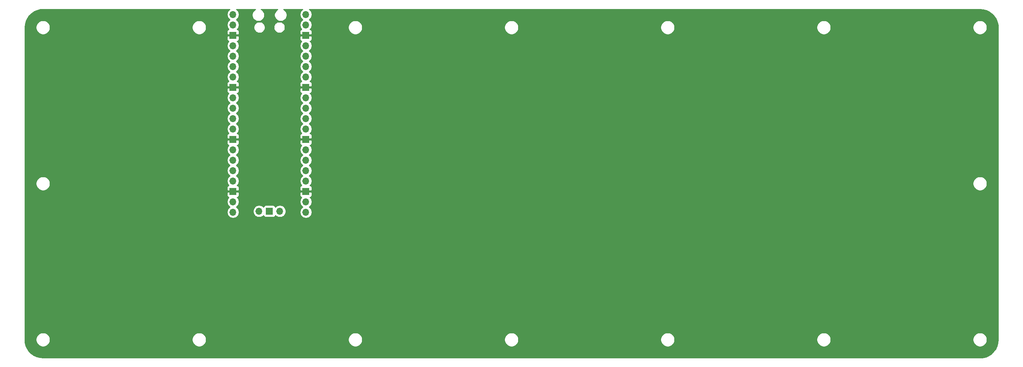
<source format=gbr>
%TF.GenerationSoftware,KiCad,Pcbnew,(5.1.10)-1*%
%TF.CreationDate,2021-09-02T14:39:37-06:00*%
%TF.ProjectId,MCUBottom,4d435542-6f74-4746-9f6d-2e6b69636164,rev?*%
%TF.SameCoordinates,Original*%
%TF.FileFunction,Copper,L2,Bot*%
%TF.FilePolarity,Positive*%
%FSLAX46Y46*%
G04 Gerber Fmt 4.6, Leading zero omitted, Abs format (unit mm)*
G04 Created by KiCad (PCBNEW (5.1.10)-1) date 2021-09-02 14:39:37*
%MOMM*%
%LPD*%
G01*
G04 APERTURE LIST*
%TA.AperFunction,ComponentPad*%
%ADD10O,1.700000X1.700000*%
%TD*%
%TA.AperFunction,ComponentPad*%
%ADD11R,1.700000X1.700000*%
%TD*%
%TA.AperFunction,ViaPad*%
%ADD12C,0.800000*%
%TD*%
%TA.AperFunction,Conductor*%
%ADD13C,0.254000*%
%TD*%
%TA.AperFunction,Conductor*%
%ADD14C,0.100000*%
%TD*%
G04 APERTURE END LIST*
D10*
%TO.P,U1,43*%
%TO.N,N/C*%
X109220000Y-95020000D03*
D11*
%TO.P,U1,42*%
X106680000Y-95020000D03*
D10*
%TO.P,U1,41*%
X104140000Y-95020000D03*
%TO.P,U1,40*%
%TO.N,Net-(U1-Pad40)*%
X115570000Y-46990000D03*
%TO.P,U1,39*%
%TO.N,Net-(U1-Pad39)*%
X115570000Y-49530000D03*
D11*
%TO.P,U1,38*%
%TO.N,GND*%
X115570000Y-52070000D03*
D10*
%TO.P,U1,37*%
%TO.N,Net-(U1-Pad37)*%
X115570000Y-54610000D03*
%TO.P,U1,36*%
%TO.N,VCC*%
X115570000Y-57150000D03*
%TO.P,U1,35*%
%TO.N,Net-(U1-Pad35)*%
X115570000Y-59690000D03*
%TO.P,U1,34*%
%TO.N,COL12*%
X115570000Y-62230000D03*
D11*
%TO.P,U1,33*%
%TO.N,GND*%
X115570000Y-64770000D03*
D10*
%TO.P,U1,32*%
%TO.N,COL11*%
X115570000Y-67310000D03*
%TO.P,U1,31*%
%TO.N,COL10*%
X115570000Y-69850000D03*
%TO.P,U1,30*%
%TO.N,Net-(SW1-Pad1)*%
X115570000Y-72390000D03*
%TO.P,U1,29*%
%TO.N,COL9*%
X115570000Y-74930000D03*
D11*
%TO.P,U1,28*%
%TO.N,GND*%
X115570000Y-77470000D03*
D10*
%TO.P,U1,27*%
%TO.N,COL8*%
X115570000Y-80010000D03*
%TO.P,U1,26*%
%TO.N,COL7*%
X115570000Y-82550000D03*
%TO.P,U1,25*%
%TO.N,COL6*%
X115570000Y-85090000D03*
%TO.P,U1,24*%
%TO.N,EXTRA2*%
X115570000Y-87630000D03*
D11*
%TO.P,U1,23*%
%TO.N,GND*%
X115570000Y-90170000D03*
D10*
%TO.P,U1,22*%
%TO.N,EXTRA1*%
X115570000Y-92710000D03*
%TO.P,U1,21*%
%TO.N,RGBOut*%
X115570000Y-95250000D03*
%TO.P,U1,20*%
%TO.N,COL5*%
X97790000Y-95250000D03*
%TO.P,U1,19*%
%TO.N,COL4*%
X97790000Y-92710000D03*
D11*
%TO.P,U1,18*%
%TO.N,GND*%
X97790000Y-90170000D03*
D10*
%TO.P,U1,17*%
%TO.N,COL3*%
X97790000Y-87630000D03*
%TO.P,U1,16*%
%TO.N,COL2*%
X97790000Y-85090000D03*
%TO.P,U1,15*%
%TO.N,COL1*%
X97790000Y-82550000D03*
%TO.P,U1,14*%
%TO.N,ROW4*%
X97790000Y-80010000D03*
D11*
%TO.P,U1,13*%
%TO.N,GND*%
X97790000Y-77470000D03*
D10*
%TO.P,U1,12*%
%TO.N,ROW3*%
X97790000Y-74930000D03*
%TO.P,U1,11*%
%TO.N,ROW2*%
X97790000Y-72390000D03*
%TO.P,U1,10*%
%TO.N,ROW1*%
X97790000Y-69850000D03*
%TO.P,U1,9*%
%TO.N,RGBData*%
X97790000Y-67310000D03*
D11*
%TO.P,U1,8*%
%TO.N,GND*%
X97790000Y-64770000D03*
D10*
%TO.P,U1,7*%
%TO.N,Net-(U1-Pad7)*%
X97790000Y-62230000D03*
%TO.P,U1,6*%
%TO.N,Net-(U1-Pad6)*%
X97790000Y-59690000D03*
%TO.P,U1,5*%
%TO.N,SPEAKER*%
X97790000Y-57150000D03*
%TO.P,U1,4*%
%TO.N,Net-(U1-Pad4)*%
X97790000Y-54610000D03*
D11*
%TO.P,U1,3*%
%TO.N,GND*%
X97790000Y-52070000D03*
D10*
%TO.P,U1,2*%
%TO.N,Net-(U1-Pad2)*%
X97790000Y-49530000D03*
%TO.P,U1,1*%
%TO.N,Net-(U1-Pad1)*%
X97790000Y-46990000D03*
%TD*%
D12*
%TO.N,GND*%
X71403001Y-86389001D03*
X256997200Y-87655400D03*
X83235800Y-94183200D03*
%TD*%
D13*
%TO.N,GND*%
X96843368Y-45836525D02*
X96636525Y-46043368D01*
X96474010Y-46286589D01*
X96362068Y-46556842D01*
X96305000Y-46843740D01*
X96305000Y-47136260D01*
X96362068Y-47423158D01*
X96474010Y-47693411D01*
X96636525Y-47936632D01*
X96843368Y-48143475D01*
X97017760Y-48260000D01*
X96843368Y-48376525D01*
X96636525Y-48583368D01*
X96474010Y-48826589D01*
X96362068Y-49096842D01*
X96305000Y-49383740D01*
X96305000Y-49676260D01*
X96362068Y-49963158D01*
X96474010Y-50233411D01*
X96636525Y-50476632D01*
X96768380Y-50608487D01*
X96695820Y-50630498D01*
X96585506Y-50689463D01*
X96488815Y-50768815D01*
X96409463Y-50865506D01*
X96350498Y-50975820D01*
X96314188Y-51095518D01*
X96301928Y-51220000D01*
X96305000Y-51784250D01*
X96463750Y-51943000D01*
X97663000Y-51943000D01*
X97663000Y-51923000D01*
X97917000Y-51923000D01*
X97917000Y-51943000D01*
X99116250Y-51943000D01*
X99275000Y-51784250D01*
X99278072Y-51220000D01*
X99265812Y-51095518D01*
X99229502Y-50975820D01*
X99170537Y-50865506D01*
X99091185Y-50768815D01*
X98994494Y-50689463D01*
X98884180Y-50630498D01*
X98811620Y-50608487D01*
X98943475Y-50476632D01*
X99105990Y-50233411D01*
X99197042Y-50013589D01*
X102870000Y-50013589D01*
X102870000Y-50286411D01*
X102923225Y-50553989D01*
X103027629Y-50806043D01*
X103179201Y-51032886D01*
X103372114Y-51225799D01*
X103598957Y-51377371D01*
X103851011Y-51481775D01*
X104118589Y-51535000D01*
X104391411Y-51535000D01*
X104658989Y-51481775D01*
X104911043Y-51377371D01*
X105137886Y-51225799D01*
X105330799Y-51032886D01*
X105482371Y-50806043D01*
X105586775Y-50553989D01*
X105640000Y-50286411D01*
X105640000Y-50013589D01*
X107720000Y-50013589D01*
X107720000Y-50286411D01*
X107773225Y-50553989D01*
X107877629Y-50806043D01*
X108029201Y-51032886D01*
X108222114Y-51225799D01*
X108448957Y-51377371D01*
X108701011Y-51481775D01*
X108968589Y-51535000D01*
X109241411Y-51535000D01*
X109508989Y-51481775D01*
X109761043Y-51377371D01*
X109987886Y-51225799D01*
X110180799Y-51032886D01*
X110332371Y-50806043D01*
X110436775Y-50553989D01*
X110490000Y-50286411D01*
X110490000Y-50013589D01*
X110436775Y-49746011D01*
X110332371Y-49493957D01*
X110180799Y-49267114D01*
X109987886Y-49074201D01*
X109761043Y-48922629D01*
X109508989Y-48818225D01*
X109241411Y-48765000D01*
X108968589Y-48765000D01*
X108701011Y-48818225D01*
X108448957Y-48922629D01*
X108222114Y-49074201D01*
X108029201Y-49267114D01*
X107877629Y-49493957D01*
X107773225Y-49746011D01*
X107720000Y-50013589D01*
X105640000Y-50013589D01*
X105586775Y-49746011D01*
X105482371Y-49493957D01*
X105330799Y-49267114D01*
X105137886Y-49074201D01*
X104911043Y-48922629D01*
X104658989Y-48818225D01*
X104391411Y-48765000D01*
X104118589Y-48765000D01*
X103851011Y-48818225D01*
X103598957Y-48922629D01*
X103372114Y-49074201D01*
X103179201Y-49267114D01*
X103027629Y-49493957D01*
X102923225Y-49746011D01*
X102870000Y-50013589D01*
X99197042Y-50013589D01*
X99217932Y-49963158D01*
X99275000Y-49676260D01*
X99275000Y-49383740D01*
X99217932Y-49096842D01*
X99105990Y-48826589D01*
X98943475Y-48583368D01*
X98736632Y-48376525D01*
X98562240Y-48260000D01*
X98736632Y-48143475D01*
X98943475Y-47936632D01*
X99105990Y-47693411D01*
X99217932Y-47423158D01*
X99275000Y-47136260D01*
X99275000Y-46843740D01*
X99217932Y-46556842D01*
X99105990Y-46286589D01*
X98943475Y-46043368D01*
X98736632Y-45836525D01*
X98599655Y-45745000D01*
X103263396Y-45745000D01*
X103227905Y-45759701D01*
X102976495Y-45927688D01*
X102762688Y-46141495D01*
X102594701Y-46392905D01*
X102478989Y-46672257D01*
X102420000Y-46968816D01*
X102420000Y-47271184D01*
X102478989Y-47567743D01*
X102594701Y-47847095D01*
X102762688Y-48098505D01*
X102976495Y-48312312D01*
X103227905Y-48480299D01*
X103507257Y-48596011D01*
X103803816Y-48655000D01*
X104106184Y-48655000D01*
X104402743Y-48596011D01*
X104682095Y-48480299D01*
X104933505Y-48312312D01*
X105147312Y-48098505D01*
X105315299Y-47847095D01*
X105431011Y-47567743D01*
X105490000Y-47271184D01*
X105490000Y-46968816D01*
X105431011Y-46672257D01*
X105315299Y-46392905D01*
X105147312Y-46141495D01*
X104933505Y-45927688D01*
X104682095Y-45759701D01*
X104646604Y-45745000D01*
X108713396Y-45745000D01*
X108677905Y-45759701D01*
X108426495Y-45927688D01*
X108212688Y-46141495D01*
X108044701Y-46392905D01*
X107928989Y-46672257D01*
X107870000Y-46968816D01*
X107870000Y-47271184D01*
X107928989Y-47567743D01*
X108044701Y-47847095D01*
X108212688Y-48098505D01*
X108426495Y-48312312D01*
X108677905Y-48480299D01*
X108957257Y-48596011D01*
X109253816Y-48655000D01*
X109556184Y-48655000D01*
X109852743Y-48596011D01*
X110132095Y-48480299D01*
X110383505Y-48312312D01*
X110597312Y-48098505D01*
X110765299Y-47847095D01*
X110881011Y-47567743D01*
X110940000Y-47271184D01*
X110940000Y-46968816D01*
X110881011Y-46672257D01*
X110765299Y-46392905D01*
X110597312Y-46141495D01*
X110383505Y-45927688D01*
X110132095Y-45759701D01*
X110096604Y-45745000D01*
X114760345Y-45745000D01*
X114623368Y-45836525D01*
X114416525Y-46043368D01*
X114254010Y-46286589D01*
X114142068Y-46556842D01*
X114085000Y-46843740D01*
X114085000Y-47136260D01*
X114142068Y-47423158D01*
X114254010Y-47693411D01*
X114416525Y-47936632D01*
X114623368Y-48143475D01*
X114797760Y-48260000D01*
X114623368Y-48376525D01*
X114416525Y-48583368D01*
X114254010Y-48826589D01*
X114142068Y-49096842D01*
X114085000Y-49383740D01*
X114085000Y-49676260D01*
X114142068Y-49963158D01*
X114254010Y-50233411D01*
X114416525Y-50476632D01*
X114548380Y-50608487D01*
X114475820Y-50630498D01*
X114365506Y-50689463D01*
X114268815Y-50768815D01*
X114189463Y-50865506D01*
X114130498Y-50975820D01*
X114094188Y-51095518D01*
X114081928Y-51220000D01*
X114085000Y-51784250D01*
X114243750Y-51943000D01*
X115443000Y-51943000D01*
X115443000Y-51923000D01*
X115697000Y-51923000D01*
X115697000Y-51943000D01*
X116896250Y-51943000D01*
X117055000Y-51784250D01*
X117058072Y-51220000D01*
X117045812Y-51095518D01*
X117009502Y-50975820D01*
X116950537Y-50865506D01*
X116871185Y-50768815D01*
X116774494Y-50689463D01*
X116664180Y-50630498D01*
X116591620Y-50608487D01*
X116723475Y-50476632D01*
X116885990Y-50233411D01*
X116985108Y-49994117D01*
X125900000Y-49994117D01*
X125900000Y-50335883D01*
X125966675Y-50671081D01*
X126097463Y-50986831D01*
X126287337Y-51270998D01*
X126529002Y-51512663D01*
X126813169Y-51702537D01*
X127128919Y-51833325D01*
X127464117Y-51900000D01*
X127805883Y-51900000D01*
X128141081Y-51833325D01*
X128456831Y-51702537D01*
X128740998Y-51512663D01*
X128982663Y-51270998D01*
X129172537Y-50986831D01*
X129303325Y-50671081D01*
X129370000Y-50335883D01*
X129370000Y-49994117D01*
X164000000Y-49994117D01*
X164000000Y-50335883D01*
X164066675Y-50671081D01*
X164197463Y-50986831D01*
X164387337Y-51270998D01*
X164629002Y-51512663D01*
X164913169Y-51702537D01*
X165228919Y-51833325D01*
X165564117Y-51900000D01*
X165905883Y-51900000D01*
X166241081Y-51833325D01*
X166556831Y-51702537D01*
X166840998Y-51512663D01*
X167082663Y-51270998D01*
X167272537Y-50986831D01*
X167403325Y-50671081D01*
X167470000Y-50335883D01*
X167470000Y-49994117D01*
X202100000Y-49994117D01*
X202100000Y-50335883D01*
X202166675Y-50671081D01*
X202297463Y-50986831D01*
X202487337Y-51270998D01*
X202729002Y-51512663D01*
X203013169Y-51702537D01*
X203328919Y-51833325D01*
X203664117Y-51900000D01*
X204005883Y-51900000D01*
X204341081Y-51833325D01*
X204656831Y-51702537D01*
X204940998Y-51512663D01*
X205182663Y-51270998D01*
X205372537Y-50986831D01*
X205503325Y-50671081D01*
X205570000Y-50335883D01*
X205570000Y-49994117D01*
X240200000Y-49994117D01*
X240200000Y-50335883D01*
X240266675Y-50671081D01*
X240397463Y-50986831D01*
X240587337Y-51270998D01*
X240829002Y-51512663D01*
X241113169Y-51702537D01*
X241428919Y-51833325D01*
X241764117Y-51900000D01*
X242105883Y-51900000D01*
X242441081Y-51833325D01*
X242756831Y-51702537D01*
X243040998Y-51512663D01*
X243282663Y-51270998D01*
X243472537Y-50986831D01*
X243603325Y-50671081D01*
X243670000Y-50335883D01*
X243670000Y-49994117D01*
X278300000Y-49994117D01*
X278300000Y-50335883D01*
X278366675Y-50671081D01*
X278497463Y-50986831D01*
X278687337Y-51270998D01*
X278929002Y-51512663D01*
X279213169Y-51702537D01*
X279528919Y-51833325D01*
X279864117Y-51900000D01*
X280205883Y-51900000D01*
X280541081Y-51833325D01*
X280856831Y-51702537D01*
X281140998Y-51512663D01*
X281382663Y-51270998D01*
X281572537Y-50986831D01*
X281703325Y-50671081D01*
X281770000Y-50335883D01*
X281770000Y-49994117D01*
X281703325Y-49658919D01*
X281572537Y-49343169D01*
X281382663Y-49059002D01*
X281140998Y-48817337D01*
X280856831Y-48627463D01*
X280541081Y-48496675D01*
X280205883Y-48430000D01*
X279864117Y-48430000D01*
X279528919Y-48496675D01*
X279213169Y-48627463D01*
X278929002Y-48817337D01*
X278687337Y-49059002D01*
X278497463Y-49343169D01*
X278366675Y-49658919D01*
X278300000Y-49994117D01*
X243670000Y-49994117D01*
X243603325Y-49658919D01*
X243472537Y-49343169D01*
X243282663Y-49059002D01*
X243040998Y-48817337D01*
X242756831Y-48627463D01*
X242441081Y-48496675D01*
X242105883Y-48430000D01*
X241764117Y-48430000D01*
X241428919Y-48496675D01*
X241113169Y-48627463D01*
X240829002Y-48817337D01*
X240587337Y-49059002D01*
X240397463Y-49343169D01*
X240266675Y-49658919D01*
X240200000Y-49994117D01*
X205570000Y-49994117D01*
X205503325Y-49658919D01*
X205372537Y-49343169D01*
X205182663Y-49059002D01*
X204940998Y-48817337D01*
X204656831Y-48627463D01*
X204341081Y-48496675D01*
X204005883Y-48430000D01*
X203664117Y-48430000D01*
X203328919Y-48496675D01*
X203013169Y-48627463D01*
X202729002Y-48817337D01*
X202487337Y-49059002D01*
X202297463Y-49343169D01*
X202166675Y-49658919D01*
X202100000Y-49994117D01*
X167470000Y-49994117D01*
X167403325Y-49658919D01*
X167272537Y-49343169D01*
X167082663Y-49059002D01*
X166840998Y-48817337D01*
X166556831Y-48627463D01*
X166241081Y-48496675D01*
X165905883Y-48430000D01*
X165564117Y-48430000D01*
X165228919Y-48496675D01*
X164913169Y-48627463D01*
X164629002Y-48817337D01*
X164387337Y-49059002D01*
X164197463Y-49343169D01*
X164066675Y-49658919D01*
X164000000Y-49994117D01*
X129370000Y-49994117D01*
X129303325Y-49658919D01*
X129172537Y-49343169D01*
X128982663Y-49059002D01*
X128740998Y-48817337D01*
X128456831Y-48627463D01*
X128141081Y-48496675D01*
X127805883Y-48430000D01*
X127464117Y-48430000D01*
X127128919Y-48496675D01*
X126813169Y-48627463D01*
X126529002Y-48817337D01*
X126287337Y-49059002D01*
X126097463Y-49343169D01*
X125966675Y-49658919D01*
X125900000Y-49994117D01*
X116985108Y-49994117D01*
X116997932Y-49963158D01*
X117055000Y-49676260D01*
X117055000Y-49383740D01*
X116997932Y-49096842D01*
X116885990Y-48826589D01*
X116723475Y-48583368D01*
X116516632Y-48376525D01*
X116342240Y-48260000D01*
X116516632Y-48143475D01*
X116723475Y-47936632D01*
X116885990Y-47693411D01*
X116997932Y-47423158D01*
X117055000Y-47136260D01*
X117055000Y-46843740D01*
X116997932Y-46556842D01*
X116885990Y-46286589D01*
X116723475Y-46043368D01*
X116516632Y-45836525D01*
X116379655Y-45745000D01*
X280005608Y-45745000D01*
X280817249Y-45817437D01*
X281574774Y-46024672D01*
X282283625Y-46362777D01*
X282921404Y-46821067D01*
X283467946Y-47385055D01*
X283905977Y-48036913D01*
X284221651Y-48756038D01*
X284406206Y-49524768D01*
X284455001Y-50189221D01*
X284455000Y-126335608D01*
X284382563Y-127147249D01*
X284175328Y-127904774D01*
X283837221Y-128613627D01*
X283378928Y-129251410D01*
X282814945Y-129797946D01*
X282163085Y-130235978D01*
X281443963Y-130551651D01*
X280675232Y-130736206D01*
X280010792Y-130785000D01*
X51464392Y-130785000D01*
X50652751Y-130712563D01*
X49895226Y-130505328D01*
X49186373Y-130167221D01*
X48548590Y-129708928D01*
X48002054Y-129144945D01*
X47564022Y-128493085D01*
X47248349Y-127773963D01*
X47063794Y-127005232D01*
X47015000Y-126340792D01*
X47015000Y-126194117D01*
X49700000Y-126194117D01*
X49700000Y-126535883D01*
X49766675Y-126871081D01*
X49897463Y-127186831D01*
X50087337Y-127470998D01*
X50329002Y-127712663D01*
X50613169Y-127902537D01*
X50928919Y-128033325D01*
X51264117Y-128100000D01*
X51605883Y-128100000D01*
X51941081Y-128033325D01*
X52256831Y-127902537D01*
X52540998Y-127712663D01*
X52782663Y-127470998D01*
X52972537Y-127186831D01*
X53103325Y-126871081D01*
X53170000Y-126535883D01*
X53170000Y-126194117D01*
X87800000Y-126194117D01*
X87800000Y-126535883D01*
X87866675Y-126871081D01*
X87997463Y-127186831D01*
X88187337Y-127470998D01*
X88429002Y-127712663D01*
X88713169Y-127902537D01*
X89028919Y-128033325D01*
X89364117Y-128100000D01*
X89705883Y-128100000D01*
X90041081Y-128033325D01*
X90356831Y-127902537D01*
X90640998Y-127712663D01*
X90882663Y-127470998D01*
X91072537Y-127186831D01*
X91203325Y-126871081D01*
X91270000Y-126535883D01*
X91270000Y-126194117D01*
X125900000Y-126194117D01*
X125900000Y-126535883D01*
X125966675Y-126871081D01*
X126097463Y-127186831D01*
X126287337Y-127470998D01*
X126529002Y-127712663D01*
X126813169Y-127902537D01*
X127128919Y-128033325D01*
X127464117Y-128100000D01*
X127805883Y-128100000D01*
X128141081Y-128033325D01*
X128456831Y-127902537D01*
X128740998Y-127712663D01*
X128982663Y-127470998D01*
X129172537Y-127186831D01*
X129303325Y-126871081D01*
X129370000Y-126535883D01*
X129370000Y-126194117D01*
X164000000Y-126194117D01*
X164000000Y-126535883D01*
X164066675Y-126871081D01*
X164197463Y-127186831D01*
X164387337Y-127470998D01*
X164629002Y-127712663D01*
X164913169Y-127902537D01*
X165228919Y-128033325D01*
X165564117Y-128100000D01*
X165905883Y-128100000D01*
X166241081Y-128033325D01*
X166556831Y-127902537D01*
X166840998Y-127712663D01*
X167082663Y-127470998D01*
X167272537Y-127186831D01*
X167403325Y-126871081D01*
X167470000Y-126535883D01*
X167470000Y-126194117D01*
X202100000Y-126194117D01*
X202100000Y-126535883D01*
X202166675Y-126871081D01*
X202297463Y-127186831D01*
X202487337Y-127470998D01*
X202729002Y-127712663D01*
X203013169Y-127902537D01*
X203328919Y-128033325D01*
X203664117Y-128100000D01*
X204005883Y-128100000D01*
X204341081Y-128033325D01*
X204656831Y-127902537D01*
X204940998Y-127712663D01*
X205182663Y-127470998D01*
X205372537Y-127186831D01*
X205503325Y-126871081D01*
X205570000Y-126535883D01*
X205570000Y-126194117D01*
X240200000Y-126194117D01*
X240200000Y-126535883D01*
X240266675Y-126871081D01*
X240397463Y-127186831D01*
X240587337Y-127470998D01*
X240829002Y-127712663D01*
X241113169Y-127902537D01*
X241428919Y-128033325D01*
X241764117Y-128100000D01*
X242105883Y-128100000D01*
X242441081Y-128033325D01*
X242756831Y-127902537D01*
X243040998Y-127712663D01*
X243282663Y-127470998D01*
X243472537Y-127186831D01*
X243603325Y-126871081D01*
X243670000Y-126535883D01*
X243670000Y-126194117D01*
X278300000Y-126194117D01*
X278300000Y-126535883D01*
X278366675Y-126871081D01*
X278497463Y-127186831D01*
X278687337Y-127470998D01*
X278929002Y-127712663D01*
X279213169Y-127902537D01*
X279528919Y-128033325D01*
X279864117Y-128100000D01*
X280205883Y-128100000D01*
X280541081Y-128033325D01*
X280856831Y-127902537D01*
X281140998Y-127712663D01*
X281382663Y-127470998D01*
X281572537Y-127186831D01*
X281703325Y-126871081D01*
X281770000Y-126535883D01*
X281770000Y-126194117D01*
X281703325Y-125858919D01*
X281572537Y-125543169D01*
X281382663Y-125259002D01*
X281140998Y-125017337D01*
X280856831Y-124827463D01*
X280541081Y-124696675D01*
X280205883Y-124630000D01*
X279864117Y-124630000D01*
X279528919Y-124696675D01*
X279213169Y-124827463D01*
X278929002Y-125017337D01*
X278687337Y-125259002D01*
X278497463Y-125543169D01*
X278366675Y-125858919D01*
X278300000Y-126194117D01*
X243670000Y-126194117D01*
X243603325Y-125858919D01*
X243472537Y-125543169D01*
X243282663Y-125259002D01*
X243040998Y-125017337D01*
X242756831Y-124827463D01*
X242441081Y-124696675D01*
X242105883Y-124630000D01*
X241764117Y-124630000D01*
X241428919Y-124696675D01*
X241113169Y-124827463D01*
X240829002Y-125017337D01*
X240587337Y-125259002D01*
X240397463Y-125543169D01*
X240266675Y-125858919D01*
X240200000Y-126194117D01*
X205570000Y-126194117D01*
X205503325Y-125858919D01*
X205372537Y-125543169D01*
X205182663Y-125259002D01*
X204940998Y-125017337D01*
X204656831Y-124827463D01*
X204341081Y-124696675D01*
X204005883Y-124630000D01*
X203664117Y-124630000D01*
X203328919Y-124696675D01*
X203013169Y-124827463D01*
X202729002Y-125017337D01*
X202487337Y-125259002D01*
X202297463Y-125543169D01*
X202166675Y-125858919D01*
X202100000Y-126194117D01*
X167470000Y-126194117D01*
X167403325Y-125858919D01*
X167272537Y-125543169D01*
X167082663Y-125259002D01*
X166840998Y-125017337D01*
X166556831Y-124827463D01*
X166241081Y-124696675D01*
X165905883Y-124630000D01*
X165564117Y-124630000D01*
X165228919Y-124696675D01*
X164913169Y-124827463D01*
X164629002Y-125017337D01*
X164387337Y-125259002D01*
X164197463Y-125543169D01*
X164066675Y-125858919D01*
X164000000Y-126194117D01*
X129370000Y-126194117D01*
X129303325Y-125858919D01*
X129172537Y-125543169D01*
X128982663Y-125259002D01*
X128740998Y-125017337D01*
X128456831Y-124827463D01*
X128141081Y-124696675D01*
X127805883Y-124630000D01*
X127464117Y-124630000D01*
X127128919Y-124696675D01*
X126813169Y-124827463D01*
X126529002Y-125017337D01*
X126287337Y-125259002D01*
X126097463Y-125543169D01*
X125966675Y-125858919D01*
X125900000Y-126194117D01*
X91270000Y-126194117D01*
X91203325Y-125858919D01*
X91072537Y-125543169D01*
X90882663Y-125259002D01*
X90640998Y-125017337D01*
X90356831Y-124827463D01*
X90041081Y-124696675D01*
X89705883Y-124630000D01*
X89364117Y-124630000D01*
X89028919Y-124696675D01*
X88713169Y-124827463D01*
X88429002Y-125017337D01*
X88187337Y-125259002D01*
X87997463Y-125543169D01*
X87866675Y-125858919D01*
X87800000Y-126194117D01*
X53170000Y-126194117D01*
X53103325Y-125858919D01*
X52972537Y-125543169D01*
X52782663Y-125259002D01*
X52540998Y-125017337D01*
X52256831Y-124827463D01*
X51941081Y-124696675D01*
X51605883Y-124630000D01*
X51264117Y-124630000D01*
X50928919Y-124696675D01*
X50613169Y-124827463D01*
X50329002Y-125017337D01*
X50087337Y-125259002D01*
X49897463Y-125543169D01*
X49766675Y-125858919D01*
X49700000Y-126194117D01*
X47015000Y-126194117D01*
X47015000Y-91020000D01*
X96301928Y-91020000D01*
X96314188Y-91144482D01*
X96350498Y-91264180D01*
X96409463Y-91374494D01*
X96488815Y-91471185D01*
X96585506Y-91550537D01*
X96695820Y-91609502D01*
X96768380Y-91631513D01*
X96636525Y-91763368D01*
X96474010Y-92006589D01*
X96362068Y-92276842D01*
X96305000Y-92563740D01*
X96305000Y-92856260D01*
X96362068Y-93143158D01*
X96474010Y-93413411D01*
X96636525Y-93656632D01*
X96843368Y-93863475D01*
X97017760Y-93980000D01*
X96843368Y-94096525D01*
X96636525Y-94303368D01*
X96474010Y-94546589D01*
X96362068Y-94816842D01*
X96305000Y-95103740D01*
X96305000Y-95396260D01*
X96362068Y-95683158D01*
X96474010Y-95953411D01*
X96636525Y-96196632D01*
X96843368Y-96403475D01*
X97086589Y-96565990D01*
X97356842Y-96677932D01*
X97643740Y-96735000D01*
X97936260Y-96735000D01*
X98223158Y-96677932D01*
X98493411Y-96565990D01*
X98736632Y-96403475D01*
X98943475Y-96196632D01*
X99105990Y-95953411D01*
X99217932Y-95683158D01*
X99275000Y-95396260D01*
X99275000Y-95103740D01*
X99229250Y-94873740D01*
X102655000Y-94873740D01*
X102655000Y-95166260D01*
X102712068Y-95453158D01*
X102824010Y-95723411D01*
X102986525Y-95966632D01*
X103193368Y-96173475D01*
X103436589Y-96335990D01*
X103706842Y-96447932D01*
X103993740Y-96505000D01*
X104286260Y-96505000D01*
X104573158Y-96447932D01*
X104843411Y-96335990D01*
X105086632Y-96173475D01*
X105218487Y-96041620D01*
X105240498Y-96114180D01*
X105299463Y-96224494D01*
X105378815Y-96321185D01*
X105475506Y-96400537D01*
X105585820Y-96459502D01*
X105705518Y-96495812D01*
X105830000Y-96508072D01*
X107530000Y-96508072D01*
X107654482Y-96495812D01*
X107774180Y-96459502D01*
X107884494Y-96400537D01*
X107981185Y-96321185D01*
X108060537Y-96224494D01*
X108119502Y-96114180D01*
X108141513Y-96041620D01*
X108273368Y-96173475D01*
X108516589Y-96335990D01*
X108786842Y-96447932D01*
X109073740Y-96505000D01*
X109366260Y-96505000D01*
X109653158Y-96447932D01*
X109923411Y-96335990D01*
X110166632Y-96173475D01*
X110373475Y-95966632D01*
X110535990Y-95723411D01*
X110647932Y-95453158D01*
X110705000Y-95166260D01*
X110705000Y-94873740D01*
X110647932Y-94586842D01*
X110535990Y-94316589D01*
X110373475Y-94073368D01*
X110166632Y-93866525D01*
X109923411Y-93704010D01*
X109653158Y-93592068D01*
X109366260Y-93535000D01*
X109073740Y-93535000D01*
X108786842Y-93592068D01*
X108516589Y-93704010D01*
X108273368Y-93866525D01*
X108141513Y-93998380D01*
X108119502Y-93925820D01*
X108060537Y-93815506D01*
X107981185Y-93718815D01*
X107884494Y-93639463D01*
X107774180Y-93580498D01*
X107654482Y-93544188D01*
X107530000Y-93531928D01*
X105830000Y-93531928D01*
X105705518Y-93544188D01*
X105585820Y-93580498D01*
X105475506Y-93639463D01*
X105378815Y-93718815D01*
X105299463Y-93815506D01*
X105240498Y-93925820D01*
X105218487Y-93998380D01*
X105086632Y-93866525D01*
X104843411Y-93704010D01*
X104573158Y-93592068D01*
X104286260Y-93535000D01*
X103993740Y-93535000D01*
X103706842Y-93592068D01*
X103436589Y-93704010D01*
X103193368Y-93866525D01*
X102986525Y-94073368D01*
X102824010Y-94316589D01*
X102712068Y-94586842D01*
X102655000Y-94873740D01*
X99229250Y-94873740D01*
X99217932Y-94816842D01*
X99105990Y-94546589D01*
X98943475Y-94303368D01*
X98736632Y-94096525D01*
X98562240Y-93980000D01*
X98736632Y-93863475D01*
X98943475Y-93656632D01*
X99105990Y-93413411D01*
X99217932Y-93143158D01*
X99275000Y-92856260D01*
X99275000Y-92563740D01*
X99217932Y-92276842D01*
X99105990Y-92006589D01*
X98943475Y-91763368D01*
X98811620Y-91631513D01*
X98884180Y-91609502D01*
X98994494Y-91550537D01*
X99091185Y-91471185D01*
X99170537Y-91374494D01*
X99229502Y-91264180D01*
X99265812Y-91144482D01*
X99278072Y-91020000D01*
X114081928Y-91020000D01*
X114094188Y-91144482D01*
X114130498Y-91264180D01*
X114189463Y-91374494D01*
X114268815Y-91471185D01*
X114365506Y-91550537D01*
X114475820Y-91609502D01*
X114548380Y-91631513D01*
X114416525Y-91763368D01*
X114254010Y-92006589D01*
X114142068Y-92276842D01*
X114085000Y-92563740D01*
X114085000Y-92856260D01*
X114142068Y-93143158D01*
X114254010Y-93413411D01*
X114416525Y-93656632D01*
X114623368Y-93863475D01*
X114797760Y-93980000D01*
X114623368Y-94096525D01*
X114416525Y-94303368D01*
X114254010Y-94546589D01*
X114142068Y-94816842D01*
X114085000Y-95103740D01*
X114085000Y-95396260D01*
X114142068Y-95683158D01*
X114254010Y-95953411D01*
X114416525Y-96196632D01*
X114623368Y-96403475D01*
X114866589Y-96565990D01*
X115136842Y-96677932D01*
X115423740Y-96735000D01*
X115716260Y-96735000D01*
X116003158Y-96677932D01*
X116273411Y-96565990D01*
X116516632Y-96403475D01*
X116723475Y-96196632D01*
X116885990Y-95953411D01*
X116997932Y-95683158D01*
X117055000Y-95396260D01*
X117055000Y-95103740D01*
X116997932Y-94816842D01*
X116885990Y-94546589D01*
X116723475Y-94303368D01*
X116516632Y-94096525D01*
X116342240Y-93980000D01*
X116516632Y-93863475D01*
X116723475Y-93656632D01*
X116885990Y-93413411D01*
X116997932Y-93143158D01*
X117055000Y-92856260D01*
X117055000Y-92563740D01*
X116997932Y-92276842D01*
X116885990Y-92006589D01*
X116723475Y-91763368D01*
X116591620Y-91631513D01*
X116664180Y-91609502D01*
X116774494Y-91550537D01*
X116871185Y-91471185D01*
X116950537Y-91374494D01*
X117009502Y-91264180D01*
X117045812Y-91144482D01*
X117058072Y-91020000D01*
X117055000Y-90455750D01*
X116896250Y-90297000D01*
X115697000Y-90297000D01*
X115697000Y-90317000D01*
X115443000Y-90317000D01*
X115443000Y-90297000D01*
X114243750Y-90297000D01*
X114085000Y-90455750D01*
X114081928Y-91020000D01*
X99278072Y-91020000D01*
X99275000Y-90455750D01*
X99116250Y-90297000D01*
X97917000Y-90297000D01*
X97917000Y-90317000D01*
X97663000Y-90317000D01*
X97663000Y-90297000D01*
X96463750Y-90297000D01*
X96305000Y-90455750D01*
X96301928Y-91020000D01*
X47015000Y-91020000D01*
X47015000Y-88094117D01*
X49700000Y-88094117D01*
X49700000Y-88435883D01*
X49766675Y-88771081D01*
X49897463Y-89086831D01*
X50087337Y-89370998D01*
X50329002Y-89612663D01*
X50613169Y-89802537D01*
X50928919Y-89933325D01*
X51264117Y-90000000D01*
X51605883Y-90000000D01*
X51941081Y-89933325D01*
X52256831Y-89802537D01*
X52540998Y-89612663D01*
X52782663Y-89370998D01*
X52972537Y-89086831D01*
X53103325Y-88771081D01*
X53170000Y-88435883D01*
X53170000Y-88094117D01*
X53103325Y-87758919D01*
X52972537Y-87443169D01*
X52782663Y-87159002D01*
X52540998Y-86917337D01*
X52256831Y-86727463D01*
X51941081Y-86596675D01*
X51605883Y-86530000D01*
X51264117Y-86530000D01*
X50928919Y-86596675D01*
X50613169Y-86727463D01*
X50329002Y-86917337D01*
X50087337Y-87159002D01*
X49897463Y-87443169D01*
X49766675Y-87758919D01*
X49700000Y-88094117D01*
X47015000Y-88094117D01*
X47015000Y-78320000D01*
X96301928Y-78320000D01*
X96314188Y-78444482D01*
X96350498Y-78564180D01*
X96409463Y-78674494D01*
X96488815Y-78771185D01*
X96585506Y-78850537D01*
X96695820Y-78909502D01*
X96768380Y-78931513D01*
X96636525Y-79063368D01*
X96474010Y-79306589D01*
X96362068Y-79576842D01*
X96305000Y-79863740D01*
X96305000Y-80156260D01*
X96362068Y-80443158D01*
X96474010Y-80713411D01*
X96636525Y-80956632D01*
X96843368Y-81163475D01*
X97017760Y-81280000D01*
X96843368Y-81396525D01*
X96636525Y-81603368D01*
X96474010Y-81846589D01*
X96362068Y-82116842D01*
X96305000Y-82403740D01*
X96305000Y-82696260D01*
X96362068Y-82983158D01*
X96474010Y-83253411D01*
X96636525Y-83496632D01*
X96843368Y-83703475D01*
X97017760Y-83820000D01*
X96843368Y-83936525D01*
X96636525Y-84143368D01*
X96474010Y-84386589D01*
X96362068Y-84656842D01*
X96305000Y-84943740D01*
X96305000Y-85236260D01*
X96362068Y-85523158D01*
X96474010Y-85793411D01*
X96636525Y-86036632D01*
X96843368Y-86243475D01*
X97017760Y-86360000D01*
X96843368Y-86476525D01*
X96636525Y-86683368D01*
X96474010Y-86926589D01*
X96362068Y-87196842D01*
X96305000Y-87483740D01*
X96305000Y-87776260D01*
X96362068Y-88063158D01*
X96474010Y-88333411D01*
X96636525Y-88576632D01*
X96768380Y-88708487D01*
X96695820Y-88730498D01*
X96585506Y-88789463D01*
X96488815Y-88868815D01*
X96409463Y-88965506D01*
X96350498Y-89075820D01*
X96314188Y-89195518D01*
X96301928Y-89320000D01*
X96305000Y-89884250D01*
X96463750Y-90043000D01*
X97663000Y-90043000D01*
X97663000Y-90023000D01*
X97917000Y-90023000D01*
X97917000Y-90043000D01*
X99116250Y-90043000D01*
X99275000Y-89884250D01*
X99278072Y-89320000D01*
X99265812Y-89195518D01*
X99229502Y-89075820D01*
X99170537Y-88965506D01*
X99091185Y-88868815D01*
X98994494Y-88789463D01*
X98884180Y-88730498D01*
X98811620Y-88708487D01*
X98943475Y-88576632D01*
X99105990Y-88333411D01*
X99217932Y-88063158D01*
X99275000Y-87776260D01*
X99275000Y-87483740D01*
X99217932Y-87196842D01*
X99105990Y-86926589D01*
X98943475Y-86683368D01*
X98736632Y-86476525D01*
X98562240Y-86360000D01*
X98736632Y-86243475D01*
X98943475Y-86036632D01*
X99105990Y-85793411D01*
X99217932Y-85523158D01*
X99275000Y-85236260D01*
X99275000Y-84943740D01*
X99217932Y-84656842D01*
X99105990Y-84386589D01*
X98943475Y-84143368D01*
X98736632Y-83936525D01*
X98562240Y-83820000D01*
X98736632Y-83703475D01*
X98943475Y-83496632D01*
X99105990Y-83253411D01*
X99217932Y-82983158D01*
X99275000Y-82696260D01*
X99275000Y-82403740D01*
X99217932Y-82116842D01*
X99105990Y-81846589D01*
X98943475Y-81603368D01*
X98736632Y-81396525D01*
X98562240Y-81280000D01*
X98736632Y-81163475D01*
X98943475Y-80956632D01*
X99105990Y-80713411D01*
X99217932Y-80443158D01*
X99275000Y-80156260D01*
X99275000Y-79863740D01*
X99217932Y-79576842D01*
X99105990Y-79306589D01*
X98943475Y-79063368D01*
X98811620Y-78931513D01*
X98884180Y-78909502D01*
X98994494Y-78850537D01*
X99091185Y-78771185D01*
X99170537Y-78674494D01*
X99229502Y-78564180D01*
X99265812Y-78444482D01*
X99278072Y-78320000D01*
X114081928Y-78320000D01*
X114094188Y-78444482D01*
X114130498Y-78564180D01*
X114189463Y-78674494D01*
X114268815Y-78771185D01*
X114365506Y-78850537D01*
X114475820Y-78909502D01*
X114548380Y-78931513D01*
X114416525Y-79063368D01*
X114254010Y-79306589D01*
X114142068Y-79576842D01*
X114085000Y-79863740D01*
X114085000Y-80156260D01*
X114142068Y-80443158D01*
X114254010Y-80713411D01*
X114416525Y-80956632D01*
X114623368Y-81163475D01*
X114797760Y-81280000D01*
X114623368Y-81396525D01*
X114416525Y-81603368D01*
X114254010Y-81846589D01*
X114142068Y-82116842D01*
X114085000Y-82403740D01*
X114085000Y-82696260D01*
X114142068Y-82983158D01*
X114254010Y-83253411D01*
X114416525Y-83496632D01*
X114623368Y-83703475D01*
X114797760Y-83820000D01*
X114623368Y-83936525D01*
X114416525Y-84143368D01*
X114254010Y-84386589D01*
X114142068Y-84656842D01*
X114085000Y-84943740D01*
X114085000Y-85236260D01*
X114142068Y-85523158D01*
X114254010Y-85793411D01*
X114416525Y-86036632D01*
X114623368Y-86243475D01*
X114797760Y-86360000D01*
X114623368Y-86476525D01*
X114416525Y-86683368D01*
X114254010Y-86926589D01*
X114142068Y-87196842D01*
X114085000Y-87483740D01*
X114085000Y-87776260D01*
X114142068Y-88063158D01*
X114254010Y-88333411D01*
X114416525Y-88576632D01*
X114548380Y-88708487D01*
X114475820Y-88730498D01*
X114365506Y-88789463D01*
X114268815Y-88868815D01*
X114189463Y-88965506D01*
X114130498Y-89075820D01*
X114094188Y-89195518D01*
X114081928Y-89320000D01*
X114085000Y-89884250D01*
X114243750Y-90043000D01*
X115443000Y-90043000D01*
X115443000Y-90023000D01*
X115697000Y-90023000D01*
X115697000Y-90043000D01*
X116896250Y-90043000D01*
X117055000Y-89884250D01*
X117058072Y-89320000D01*
X117045812Y-89195518D01*
X117009502Y-89075820D01*
X116950537Y-88965506D01*
X116871185Y-88868815D01*
X116774494Y-88789463D01*
X116664180Y-88730498D01*
X116591620Y-88708487D01*
X116723475Y-88576632D01*
X116885990Y-88333411D01*
X116985108Y-88094117D01*
X278300000Y-88094117D01*
X278300000Y-88435883D01*
X278366675Y-88771081D01*
X278497463Y-89086831D01*
X278687337Y-89370998D01*
X278929002Y-89612663D01*
X279213169Y-89802537D01*
X279528919Y-89933325D01*
X279864117Y-90000000D01*
X280205883Y-90000000D01*
X280541081Y-89933325D01*
X280856831Y-89802537D01*
X281140998Y-89612663D01*
X281382663Y-89370998D01*
X281572537Y-89086831D01*
X281703325Y-88771081D01*
X281770000Y-88435883D01*
X281770000Y-88094117D01*
X281703325Y-87758919D01*
X281572537Y-87443169D01*
X281382663Y-87159002D01*
X281140998Y-86917337D01*
X280856831Y-86727463D01*
X280541081Y-86596675D01*
X280205883Y-86530000D01*
X279864117Y-86530000D01*
X279528919Y-86596675D01*
X279213169Y-86727463D01*
X278929002Y-86917337D01*
X278687337Y-87159002D01*
X278497463Y-87443169D01*
X278366675Y-87758919D01*
X278300000Y-88094117D01*
X116985108Y-88094117D01*
X116997932Y-88063158D01*
X117055000Y-87776260D01*
X117055000Y-87483740D01*
X116997932Y-87196842D01*
X116885990Y-86926589D01*
X116723475Y-86683368D01*
X116516632Y-86476525D01*
X116342240Y-86360000D01*
X116516632Y-86243475D01*
X116723475Y-86036632D01*
X116885990Y-85793411D01*
X116997932Y-85523158D01*
X117055000Y-85236260D01*
X117055000Y-84943740D01*
X116997932Y-84656842D01*
X116885990Y-84386589D01*
X116723475Y-84143368D01*
X116516632Y-83936525D01*
X116342240Y-83820000D01*
X116516632Y-83703475D01*
X116723475Y-83496632D01*
X116885990Y-83253411D01*
X116997932Y-82983158D01*
X117055000Y-82696260D01*
X117055000Y-82403740D01*
X116997932Y-82116842D01*
X116885990Y-81846589D01*
X116723475Y-81603368D01*
X116516632Y-81396525D01*
X116342240Y-81280000D01*
X116516632Y-81163475D01*
X116723475Y-80956632D01*
X116885990Y-80713411D01*
X116997932Y-80443158D01*
X117055000Y-80156260D01*
X117055000Y-79863740D01*
X116997932Y-79576842D01*
X116885990Y-79306589D01*
X116723475Y-79063368D01*
X116591620Y-78931513D01*
X116664180Y-78909502D01*
X116774494Y-78850537D01*
X116871185Y-78771185D01*
X116950537Y-78674494D01*
X117009502Y-78564180D01*
X117045812Y-78444482D01*
X117058072Y-78320000D01*
X117055000Y-77755750D01*
X116896250Y-77597000D01*
X115697000Y-77597000D01*
X115697000Y-77617000D01*
X115443000Y-77617000D01*
X115443000Y-77597000D01*
X114243750Y-77597000D01*
X114085000Y-77755750D01*
X114081928Y-78320000D01*
X99278072Y-78320000D01*
X99275000Y-77755750D01*
X99116250Y-77597000D01*
X97917000Y-77597000D01*
X97917000Y-77617000D01*
X97663000Y-77617000D01*
X97663000Y-77597000D01*
X96463750Y-77597000D01*
X96305000Y-77755750D01*
X96301928Y-78320000D01*
X47015000Y-78320000D01*
X47015000Y-65620000D01*
X96301928Y-65620000D01*
X96314188Y-65744482D01*
X96350498Y-65864180D01*
X96409463Y-65974494D01*
X96488815Y-66071185D01*
X96585506Y-66150537D01*
X96695820Y-66209502D01*
X96768380Y-66231513D01*
X96636525Y-66363368D01*
X96474010Y-66606589D01*
X96362068Y-66876842D01*
X96305000Y-67163740D01*
X96305000Y-67456260D01*
X96362068Y-67743158D01*
X96474010Y-68013411D01*
X96636525Y-68256632D01*
X96843368Y-68463475D01*
X97017760Y-68580000D01*
X96843368Y-68696525D01*
X96636525Y-68903368D01*
X96474010Y-69146589D01*
X96362068Y-69416842D01*
X96305000Y-69703740D01*
X96305000Y-69996260D01*
X96362068Y-70283158D01*
X96474010Y-70553411D01*
X96636525Y-70796632D01*
X96843368Y-71003475D01*
X97017760Y-71120000D01*
X96843368Y-71236525D01*
X96636525Y-71443368D01*
X96474010Y-71686589D01*
X96362068Y-71956842D01*
X96305000Y-72243740D01*
X96305000Y-72536260D01*
X96362068Y-72823158D01*
X96474010Y-73093411D01*
X96636525Y-73336632D01*
X96843368Y-73543475D01*
X97017760Y-73660000D01*
X96843368Y-73776525D01*
X96636525Y-73983368D01*
X96474010Y-74226589D01*
X96362068Y-74496842D01*
X96305000Y-74783740D01*
X96305000Y-75076260D01*
X96362068Y-75363158D01*
X96474010Y-75633411D01*
X96636525Y-75876632D01*
X96768380Y-76008487D01*
X96695820Y-76030498D01*
X96585506Y-76089463D01*
X96488815Y-76168815D01*
X96409463Y-76265506D01*
X96350498Y-76375820D01*
X96314188Y-76495518D01*
X96301928Y-76620000D01*
X96305000Y-77184250D01*
X96463750Y-77343000D01*
X97663000Y-77343000D01*
X97663000Y-77323000D01*
X97917000Y-77323000D01*
X97917000Y-77343000D01*
X99116250Y-77343000D01*
X99275000Y-77184250D01*
X99278072Y-76620000D01*
X99265812Y-76495518D01*
X99229502Y-76375820D01*
X99170537Y-76265506D01*
X99091185Y-76168815D01*
X98994494Y-76089463D01*
X98884180Y-76030498D01*
X98811620Y-76008487D01*
X98943475Y-75876632D01*
X99105990Y-75633411D01*
X99217932Y-75363158D01*
X99275000Y-75076260D01*
X99275000Y-74783740D01*
X99217932Y-74496842D01*
X99105990Y-74226589D01*
X98943475Y-73983368D01*
X98736632Y-73776525D01*
X98562240Y-73660000D01*
X98736632Y-73543475D01*
X98943475Y-73336632D01*
X99105990Y-73093411D01*
X99217932Y-72823158D01*
X99275000Y-72536260D01*
X99275000Y-72243740D01*
X99217932Y-71956842D01*
X99105990Y-71686589D01*
X98943475Y-71443368D01*
X98736632Y-71236525D01*
X98562240Y-71120000D01*
X98736632Y-71003475D01*
X98943475Y-70796632D01*
X99105990Y-70553411D01*
X99217932Y-70283158D01*
X99275000Y-69996260D01*
X99275000Y-69703740D01*
X99217932Y-69416842D01*
X99105990Y-69146589D01*
X98943475Y-68903368D01*
X98736632Y-68696525D01*
X98562240Y-68580000D01*
X98736632Y-68463475D01*
X98943475Y-68256632D01*
X99105990Y-68013411D01*
X99217932Y-67743158D01*
X99275000Y-67456260D01*
X99275000Y-67163740D01*
X99217932Y-66876842D01*
X99105990Y-66606589D01*
X98943475Y-66363368D01*
X98811620Y-66231513D01*
X98884180Y-66209502D01*
X98994494Y-66150537D01*
X99091185Y-66071185D01*
X99170537Y-65974494D01*
X99229502Y-65864180D01*
X99265812Y-65744482D01*
X99278072Y-65620000D01*
X114081928Y-65620000D01*
X114094188Y-65744482D01*
X114130498Y-65864180D01*
X114189463Y-65974494D01*
X114268815Y-66071185D01*
X114365506Y-66150537D01*
X114475820Y-66209502D01*
X114548380Y-66231513D01*
X114416525Y-66363368D01*
X114254010Y-66606589D01*
X114142068Y-66876842D01*
X114085000Y-67163740D01*
X114085000Y-67456260D01*
X114142068Y-67743158D01*
X114254010Y-68013411D01*
X114416525Y-68256632D01*
X114623368Y-68463475D01*
X114797760Y-68580000D01*
X114623368Y-68696525D01*
X114416525Y-68903368D01*
X114254010Y-69146589D01*
X114142068Y-69416842D01*
X114085000Y-69703740D01*
X114085000Y-69996260D01*
X114142068Y-70283158D01*
X114254010Y-70553411D01*
X114416525Y-70796632D01*
X114623368Y-71003475D01*
X114797760Y-71120000D01*
X114623368Y-71236525D01*
X114416525Y-71443368D01*
X114254010Y-71686589D01*
X114142068Y-71956842D01*
X114085000Y-72243740D01*
X114085000Y-72536260D01*
X114142068Y-72823158D01*
X114254010Y-73093411D01*
X114416525Y-73336632D01*
X114623368Y-73543475D01*
X114797760Y-73660000D01*
X114623368Y-73776525D01*
X114416525Y-73983368D01*
X114254010Y-74226589D01*
X114142068Y-74496842D01*
X114085000Y-74783740D01*
X114085000Y-75076260D01*
X114142068Y-75363158D01*
X114254010Y-75633411D01*
X114416525Y-75876632D01*
X114548380Y-76008487D01*
X114475820Y-76030498D01*
X114365506Y-76089463D01*
X114268815Y-76168815D01*
X114189463Y-76265506D01*
X114130498Y-76375820D01*
X114094188Y-76495518D01*
X114081928Y-76620000D01*
X114085000Y-77184250D01*
X114243750Y-77343000D01*
X115443000Y-77343000D01*
X115443000Y-77323000D01*
X115697000Y-77323000D01*
X115697000Y-77343000D01*
X116896250Y-77343000D01*
X117055000Y-77184250D01*
X117058072Y-76620000D01*
X117045812Y-76495518D01*
X117009502Y-76375820D01*
X116950537Y-76265506D01*
X116871185Y-76168815D01*
X116774494Y-76089463D01*
X116664180Y-76030498D01*
X116591620Y-76008487D01*
X116723475Y-75876632D01*
X116885990Y-75633411D01*
X116997932Y-75363158D01*
X117055000Y-75076260D01*
X117055000Y-74783740D01*
X116997932Y-74496842D01*
X116885990Y-74226589D01*
X116723475Y-73983368D01*
X116516632Y-73776525D01*
X116342240Y-73660000D01*
X116516632Y-73543475D01*
X116723475Y-73336632D01*
X116885990Y-73093411D01*
X116997932Y-72823158D01*
X117055000Y-72536260D01*
X117055000Y-72243740D01*
X116997932Y-71956842D01*
X116885990Y-71686589D01*
X116723475Y-71443368D01*
X116516632Y-71236525D01*
X116342240Y-71120000D01*
X116516632Y-71003475D01*
X116723475Y-70796632D01*
X116885990Y-70553411D01*
X116997932Y-70283158D01*
X117055000Y-69996260D01*
X117055000Y-69703740D01*
X116997932Y-69416842D01*
X116885990Y-69146589D01*
X116723475Y-68903368D01*
X116516632Y-68696525D01*
X116342240Y-68580000D01*
X116516632Y-68463475D01*
X116723475Y-68256632D01*
X116885990Y-68013411D01*
X116997932Y-67743158D01*
X117055000Y-67456260D01*
X117055000Y-67163740D01*
X116997932Y-66876842D01*
X116885990Y-66606589D01*
X116723475Y-66363368D01*
X116591620Y-66231513D01*
X116664180Y-66209502D01*
X116774494Y-66150537D01*
X116871185Y-66071185D01*
X116950537Y-65974494D01*
X117009502Y-65864180D01*
X117045812Y-65744482D01*
X117058072Y-65620000D01*
X117055000Y-65055750D01*
X116896250Y-64897000D01*
X115697000Y-64897000D01*
X115697000Y-64917000D01*
X115443000Y-64917000D01*
X115443000Y-64897000D01*
X114243750Y-64897000D01*
X114085000Y-65055750D01*
X114081928Y-65620000D01*
X99278072Y-65620000D01*
X99275000Y-65055750D01*
X99116250Y-64897000D01*
X97917000Y-64897000D01*
X97917000Y-64917000D01*
X97663000Y-64917000D01*
X97663000Y-64897000D01*
X96463750Y-64897000D01*
X96305000Y-65055750D01*
X96301928Y-65620000D01*
X47015000Y-65620000D01*
X47015000Y-52920000D01*
X96301928Y-52920000D01*
X96314188Y-53044482D01*
X96350498Y-53164180D01*
X96409463Y-53274494D01*
X96488815Y-53371185D01*
X96585506Y-53450537D01*
X96695820Y-53509502D01*
X96768380Y-53531513D01*
X96636525Y-53663368D01*
X96474010Y-53906589D01*
X96362068Y-54176842D01*
X96305000Y-54463740D01*
X96305000Y-54756260D01*
X96362068Y-55043158D01*
X96474010Y-55313411D01*
X96636525Y-55556632D01*
X96843368Y-55763475D01*
X97017760Y-55880000D01*
X96843368Y-55996525D01*
X96636525Y-56203368D01*
X96474010Y-56446589D01*
X96362068Y-56716842D01*
X96305000Y-57003740D01*
X96305000Y-57296260D01*
X96362068Y-57583158D01*
X96474010Y-57853411D01*
X96636525Y-58096632D01*
X96843368Y-58303475D01*
X97017760Y-58420000D01*
X96843368Y-58536525D01*
X96636525Y-58743368D01*
X96474010Y-58986589D01*
X96362068Y-59256842D01*
X96305000Y-59543740D01*
X96305000Y-59836260D01*
X96362068Y-60123158D01*
X96474010Y-60393411D01*
X96636525Y-60636632D01*
X96843368Y-60843475D01*
X97017760Y-60960000D01*
X96843368Y-61076525D01*
X96636525Y-61283368D01*
X96474010Y-61526589D01*
X96362068Y-61796842D01*
X96305000Y-62083740D01*
X96305000Y-62376260D01*
X96362068Y-62663158D01*
X96474010Y-62933411D01*
X96636525Y-63176632D01*
X96768380Y-63308487D01*
X96695820Y-63330498D01*
X96585506Y-63389463D01*
X96488815Y-63468815D01*
X96409463Y-63565506D01*
X96350498Y-63675820D01*
X96314188Y-63795518D01*
X96301928Y-63920000D01*
X96305000Y-64484250D01*
X96463750Y-64643000D01*
X97663000Y-64643000D01*
X97663000Y-64623000D01*
X97917000Y-64623000D01*
X97917000Y-64643000D01*
X99116250Y-64643000D01*
X99275000Y-64484250D01*
X99278072Y-63920000D01*
X99265812Y-63795518D01*
X99229502Y-63675820D01*
X99170537Y-63565506D01*
X99091185Y-63468815D01*
X98994494Y-63389463D01*
X98884180Y-63330498D01*
X98811620Y-63308487D01*
X98943475Y-63176632D01*
X99105990Y-62933411D01*
X99217932Y-62663158D01*
X99275000Y-62376260D01*
X99275000Y-62083740D01*
X99217932Y-61796842D01*
X99105990Y-61526589D01*
X98943475Y-61283368D01*
X98736632Y-61076525D01*
X98562240Y-60960000D01*
X98736632Y-60843475D01*
X98943475Y-60636632D01*
X99105990Y-60393411D01*
X99217932Y-60123158D01*
X99275000Y-59836260D01*
X99275000Y-59543740D01*
X99217932Y-59256842D01*
X99105990Y-58986589D01*
X98943475Y-58743368D01*
X98736632Y-58536525D01*
X98562240Y-58420000D01*
X98736632Y-58303475D01*
X98943475Y-58096632D01*
X99105990Y-57853411D01*
X99217932Y-57583158D01*
X99275000Y-57296260D01*
X99275000Y-57003740D01*
X99217932Y-56716842D01*
X99105990Y-56446589D01*
X98943475Y-56203368D01*
X98736632Y-55996525D01*
X98562240Y-55880000D01*
X98736632Y-55763475D01*
X98943475Y-55556632D01*
X99105990Y-55313411D01*
X99217932Y-55043158D01*
X99275000Y-54756260D01*
X99275000Y-54463740D01*
X99217932Y-54176842D01*
X99105990Y-53906589D01*
X98943475Y-53663368D01*
X98811620Y-53531513D01*
X98884180Y-53509502D01*
X98994494Y-53450537D01*
X99091185Y-53371185D01*
X99170537Y-53274494D01*
X99229502Y-53164180D01*
X99265812Y-53044482D01*
X99278072Y-52920000D01*
X114081928Y-52920000D01*
X114094188Y-53044482D01*
X114130498Y-53164180D01*
X114189463Y-53274494D01*
X114268815Y-53371185D01*
X114365506Y-53450537D01*
X114475820Y-53509502D01*
X114548380Y-53531513D01*
X114416525Y-53663368D01*
X114254010Y-53906589D01*
X114142068Y-54176842D01*
X114085000Y-54463740D01*
X114085000Y-54756260D01*
X114142068Y-55043158D01*
X114254010Y-55313411D01*
X114416525Y-55556632D01*
X114623368Y-55763475D01*
X114797760Y-55880000D01*
X114623368Y-55996525D01*
X114416525Y-56203368D01*
X114254010Y-56446589D01*
X114142068Y-56716842D01*
X114085000Y-57003740D01*
X114085000Y-57296260D01*
X114142068Y-57583158D01*
X114254010Y-57853411D01*
X114416525Y-58096632D01*
X114623368Y-58303475D01*
X114797760Y-58420000D01*
X114623368Y-58536525D01*
X114416525Y-58743368D01*
X114254010Y-58986589D01*
X114142068Y-59256842D01*
X114085000Y-59543740D01*
X114085000Y-59836260D01*
X114142068Y-60123158D01*
X114254010Y-60393411D01*
X114416525Y-60636632D01*
X114623368Y-60843475D01*
X114797760Y-60960000D01*
X114623368Y-61076525D01*
X114416525Y-61283368D01*
X114254010Y-61526589D01*
X114142068Y-61796842D01*
X114085000Y-62083740D01*
X114085000Y-62376260D01*
X114142068Y-62663158D01*
X114254010Y-62933411D01*
X114416525Y-63176632D01*
X114548380Y-63308487D01*
X114475820Y-63330498D01*
X114365506Y-63389463D01*
X114268815Y-63468815D01*
X114189463Y-63565506D01*
X114130498Y-63675820D01*
X114094188Y-63795518D01*
X114081928Y-63920000D01*
X114085000Y-64484250D01*
X114243750Y-64643000D01*
X115443000Y-64643000D01*
X115443000Y-64623000D01*
X115697000Y-64623000D01*
X115697000Y-64643000D01*
X116896250Y-64643000D01*
X117055000Y-64484250D01*
X117058072Y-63920000D01*
X117045812Y-63795518D01*
X117009502Y-63675820D01*
X116950537Y-63565506D01*
X116871185Y-63468815D01*
X116774494Y-63389463D01*
X116664180Y-63330498D01*
X116591620Y-63308487D01*
X116723475Y-63176632D01*
X116885990Y-62933411D01*
X116997932Y-62663158D01*
X117055000Y-62376260D01*
X117055000Y-62083740D01*
X116997932Y-61796842D01*
X116885990Y-61526589D01*
X116723475Y-61283368D01*
X116516632Y-61076525D01*
X116342240Y-60960000D01*
X116516632Y-60843475D01*
X116723475Y-60636632D01*
X116885990Y-60393411D01*
X116997932Y-60123158D01*
X117055000Y-59836260D01*
X117055000Y-59543740D01*
X116997932Y-59256842D01*
X116885990Y-58986589D01*
X116723475Y-58743368D01*
X116516632Y-58536525D01*
X116342240Y-58420000D01*
X116516632Y-58303475D01*
X116723475Y-58096632D01*
X116885990Y-57853411D01*
X116997932Y-57583158D01*
X117055000Y-57296260D01*
X117055000Y-57003740D01*
X116997932Y-56716842D01*
X116885990Y-56446589D01*
X116723475Y-56203368D01*
X116516632Y-55996525D01*
X116342240Y-55880000D01*
X116516632Y-55763475D01*
X116723475Y-55556632D01*
X116885990Y-55313411D01*
X116997932Y-55043158D01*
X117055000Y-54756260D01*
X117055000Y-54463740D01*
X116997932Y-54176842D01*
X116885990Y-53906589D01*
X116723475Y-53663368D01*
X116591620Y-53531513D01*
X116664180Y-53509502D01*
X116774494Y-53450537D01*
X116871185Y-53371185D01*
X116950537Y-53274494D01*
X117009502Y-53164180D01*
X117045812Y-53044482D01*
X117058072Y-52920000D01*
X117055000Y-52355750D01*
X116896250Y-52197000D01*
X115697000Y-52197000D01*
X115697000Y-52217000D01*
X115443000Y-52217000D01*
X115443000Y-52197000D01*
X114243750Y-52197000D01*
X114085000Y-52355750D01*
X114081928Y-52920000D01*
X99278072Y-52920000D01*
X99275000Y-52355750D01*
X99116250Y-52197000D01*
X97917000Y-52197000D01*
X97917000Y-52217000D01*
X97663000Y-52217000D01*
X97663000Y-52197000D01*
X96463750Y-52197000D01*
X96305000Y-52355750D01*
X96301928Y-52920000D01*
X47015000Y-52920000D01*
X47015000Y-50194392D01*
X47032874Y-49994117D01*
X49700000Y-49994117D01*
X49700000Y-50335883D01*
X49766675Y-50671081D01*
X49897463Y-50986831D01*
X50087337Y-51270998D01*
X50329002Y-51512663D01*
X50613169Y-51702537D01*
X50928919Y-51833325D01*
X51264117Y-51900000D01*
X51605883Y-51900000D01*
X51941081Y-51833325D01*
X52256831Y-51702537D01*
X52540998Y-51512663D01*
X52782663Y-51270998D01*
X52972537Y-50986831D01*
X53103325Y-50671081D01*
X53170000Y-50335883D01*
X53170000Y-49994117D01*
X87800000Y-49994117D01*
X87800000Y-50335883D01*
X87866675Y-50671081D01*
X87997463Y-50986831D01*
X88187337Y-51270998D01*
X88429002Y-51512663D01*
X88713169Y-51702537D01*
X89028919Y-51833325D01*
X89364117Y-51900000D01*
X89705883Y-51900000D01*
X90041081Y-51833325D01*
X90356831Y-51702537D01*
X90640998Y-51512663D01*
X90882663Y-51270998D01*
X91072537Y-50986831D01*
X91203325Y-50671081D01*
X91270000Y-50335883D01*
X91270000Y-49994117D01*
X91203325Y-49658919D01*
X91072537Y-49343169D01*
X90882663Y-49059002D01*
X90640998Y-48817337D01*
X90356831Y-48627463D01*
X90041081Y-48496675D01*
X89705883Y-48430000D01*
X89364117Y-48430000D01*
X89028919Y-48496675D01*
X88713169Y-48627463D01*
X88429002Y-48817337D01*
X88187337Y-49059002D01*
X87997463Y-49343169D01*
X87866675Y-49658919D01*
X87800000Y-49994117D01*
X53170000Y-49994117D01*
X53103325Y-49658919D01*
X52972537Y-49343169D01*
X52782663Y-49059002D01*
X52540998Y-48817337D01*
X52256831Y-48627463D01*
X51941081Y-48496675D01*
X51605883Y-48430000D01*
X51264117Y-48430000D01*
X50928919Y-48496675D01*
X50613169Y-48627463D01*
X50329002Y-48817337D01*
X50087337Y-49059002D01*
X49897463Y-49343169D01*
X49766675Y-49658919D01*
X49700000Y-49994117D01*
X47032874Y-49994117D01*
X47087437Y-49382751D01*
X47294672Y-48625226D01*
X47632777Y-47916375D01*
X48091067Y-47278596D01*
X48655055Y-46732054D01*
X49306913Y-46294023D01*
X50026038Y-45978349D01*
X50794768Y-45793794D01*
X51459207Y-45745000D01*
X96980345Y-45745000D01*
X96843368Y-45836525D01*
%TA.AperFunction,Conductor*%
D14*
G36*
X96843368Y-45836525D02*
G01*
X96636525Y-46043368D01*
X96474010Y-46286589D01*
X96362068Y-46556842D01*
X96305000Y-46843740D01*
X96305000Y-47136260D01*
X96362068Y-47423158D01*
X96474010Y-47693411D01*
X96636525Y-47936632D01*
X96843368Y-48143475D01*
X97017760Y-48260000D01*
X96843368Y-48376525D01*
X96636525Y-48583368D01*
X96474010Y-48826589D01*
X96362068Y-49096842D01*
X96305000Y-49383740D01*
X96305000Y-49676260D01*
X96362068Y-49963158D01*
X96474010Y-50233411D01*
X96636525Y-50476632D01*
X96768380Y-50608487D01*
X96695820Y-50630498D01*
X96585506Y-50689463D01*
X96488815Y-50768815D01*
X96409463Y-50865506D01*
X96350498Y-50975820D01*
X96314188Y-51095518D01*
X96301928Y-51220000D01*
X96305000Y-51784250D01*
X96463750Y-51943000D01*
X97663000Y-51943000D01*
X97663000Y-51923000D01*
X97917000Y-51923000D01*
X97917000Y-51943000D01*
X99116250Y-51943000D01*
X99275000Y-51784250D01*
X99278072Y-51220000D01*
X99265812Y-51095518D01*
X99229502Y-50975820D01*
X99170537Y-50865506D01*
X99091185Y-50768815D01*
X98994494Y-50689463D01*
X98884180Y-50630498D01*
X98811620Y-50608487D01*
X98943475Y-50476632D01*
X99105990Y-50233411D01*
X99197042Y-50013589D01*
X102870000Y-50013589D01*
X102870000Y-50286411D01*
X102923225Y-50553989D01*
X103027629Y-50806043D01*
X103179201Y-51032886D01*
X103372114Y-51225799D01*
X103598957Y-51377371D01*
X103851011Y-51481775D01*
X104118589Y-51535000D01*
X104391411Y-51535000D01*
X104658989Y-51481775D01*
X104911043Y-51377371D01*
X105137886Y-51225799D01*
X105330799Y-51032886D01*
X105482371Y-50806043D01*
X105586775Y-50553989D01*
X105640000Y-50286411D01*
X105640000Y-50013589D01*
X107720000Y-50013589D01*
X107720000Y-50286411D01*
X107773225Y-50553989D01*
X107877629Y-50806043D01*
X108029201Y-51032886D01*
X108222114Y-51225799D01*
X108448957Y-51377371D01*
X108701011Y-51481775D01*
X108968589Y-51535000D01*
X109241411Y-51535000D01*
X109508989Y-51481775D01*
X109761043Y-51377371D01*
X109987886Y-51225799D01*
X110180799Y-51032886D01*
X110332371Y-50806043D01*
X110436775Y-50553989D01*
X110490000Y-50286411D01*
X110490000Y-50013589D01*
X110436775Y-49746011D01*
X110332371Y-49493957D01*
X110180799Y-49267114D01*
X109987886Y-49074201D01*
X109761043Y-48922629D01*
X109508989Y-48818225D01*
X109241411Y-48765000D01*
X108968589Y-48765000D01*
X108701011Y-48818225D01*
X108448957Y-48922629D01*
X108222114Y-49074201D01*
X108029201Y-49267114D01*
X107877629Y-49493957D01*
X107773225Y-49746011D01*
X107720000Y-50013589D01*
X105640000Y-50013589D01*
X105586775Y-49746011D01*
X105482371Y-49493957D01*
X105330799Y-49267114D01*
X105137886Y-49074201D01*
X104911043Y-48922629D01*
X104658989Y-48818225D01*
X104391411Y-48765000D01*
X104118589Y-48765000D01*
X103851011Y-48818225D01*
X103598957Y-48922629D01*
X103372114Y-49074201D01*
X103179201Y-49267114D01*
X103027629Y-49493957D01*
X102923225Y-49746011D01*
X102870000Y-50013589D01*
X99197042Y-50013589D01*
X99217932Y-49963158D01*
X99275000Y-49676260D01*
X99275000Y-49383740D01*
X99217932Y-49096842D01*
X99105990Y-48826589D01*
X98943475Y-48583368D01*
X98736632Y-48376525D01*
X98562240Y-48260000D01*
X98736632Y-48143475D01*
X98943475Y-47936632D01*
X99105990Y-47693411D01*
X99217932Y-47423158D01*
X99275000Y-47136260D01*
X99275000Y-46843740D01*
X99217932Y-46556842D01*
X99105990Y-46286589D01*
X98943475Y-46043368D01*
X98736632Y-45836525D01*
X98599655Y-45745000D01*
X103263396Y-45745000D01*
X103227905Y-45759701D01*
X102976495Y-45927688D01*
X102762688Y-46141495D01*
X102594701Y-46392905D01*
X102478989Y-46672257D01*
X102420000Y-46968816D01*
X102420000Y-47271184D01*
X102478989Y-47567743D01*
X102594701Y-47847095D01*
X102762688Y-48098505D01*
X102976495Y-48312312D01*
X103227905Y-48480299D01*
X103507257Y-48596011D01*
X103803816Y-48655000D01*
X104106184Y-48655000D01*
X104402743Y-48596011D01*
X104682095Y-48480299D01*
X104933505Y-48312312D01*
X105147312Y-48098505D01*
X105315299Y-47847095D01*
X105431011Y-47567743D01*
X105490000Y-47271184D01*
X105490000Y-46968816D01*
X105431011Y-46672257D01*
X105315299Y-46392905D01*
X105147312Y-46141495D01*
X104933505Y-45927688D01*
X104682095Y-45759701D01*
X104646604Y-45745000D01*
X108713396Y-45745000D01*
X108677905Y-45759701D01*
X108426495Y-45927688D01*
X108212688Y-46141495D01*
X108044701Y-46392905D01*
X107928989Y-46672257D01*
X107870000Y-46968816D01*
X107870000Y-47271184D01*
X107928989Y-47567743D01*
X108044701Y-47847095D01*
X108212688Y-48098505D01*
X108426495Y-48312312D01*
X108677905Y-48480299D01*
X108957257Y-48596011D01*
X109253816Y-48655000D01*
X109556184Y-48655000D01*
X109852743Y-48596011D01*
X110132095Y-48480299D01*
X110383505Y-48312312D01*
X110597312Y-48098505D01*
X110765299Y-47847095D01*
X110881011Y-47567743D01*
X110940000Y-47271184D01*
X110940000Y-46968816D01*
X110881011Y-46672257D01*
X110765299Y-46392905D01*
X110597312Y-46141495D01*
X110383505Y-45927688D01*
X110132095Y-45759701D01*
X110096604Y-45745000D01*
X114760345Y-45745000D01*
X114623368Y-45836525D01*
X114416525Y-46043368D01*
X114254010Y-46286589D01*
X114142068Y-46556842D01*
X114085000Y-46843740D01*
X114085000Y-47136260D01*
X114142068Y-47423158D01*
X114254010Y-47693411D01*
X114416525Y-47936632D01*
X114623368Y-48143475D01*
X114797760Y-48260000D01*
X114623368Y-48376525D01*
X114416525Y-48583368D01*
X114254010Y-48826589D01*
X114142068Y-49096842D01*
X114085000Y-49383740D01*
X114085000Y-49676260D01*
X114142068Y-49963158D01*
X114254010Y-50233411D01*
X114416525Y-50476632D01*
X114548380Y-50608487D01*
X114475820Y-50630498D01*
X114365506Y-50689463D01*
X114268815Y-50768815D01*
X114189463Y-50865506D01*
X114130498Y-50975820D01*
X114094188Y-51095518D01*
X114081928Y-51220000D01*
X114085000Y-51784250D01*
X114243750Y-51943000D01*
X115443000Y-51943000D01*
X115443000Y-51923000D01*
X115697000Y-51923000D01*
X115697000Y-51943000D01*
X116896250Y-51943000D01*
X117055000Y-51784250D01*
X117058072Y-51220000D01*
X117045812Y-51095518D01*
X117009502Y-50975820D01*
X116950537Y-50865506D01*
X116871185Y-50768815D01*
X116774494Y-50689463D01*
X116664180Y-50630498D01*
X116591620Y-50608487D01*
X116723475Y-50476632D01*
X116885990Y-50233411D01*
X116985108Y-49994117D01*
X125900000Y-49994117D01*
X125900000Y-50335883D01*
X125966675Y-50671081D01*
X126097463Y-50986831D01*
X126287337Y-51270998D01*
X126529002Y-51512663D01*
X126813169Y-51702537D01*
X127128919Y-51833325D01*
X127464117Y-51900000D01*
X127805883Y-51900000D01*
X128141081Y-51833325D01*
X128456831Y-51702537D01*
X128740998Y-51512663D01*
X128982663Y-51270998D01*
X129172537Y-50986831D01*
X129303325Y-50671081D01*
X129370000Y-50335883D01*
X129370000Y-49994117D01*
X164000000Y-49994117D01*
X164000000Y-50335883D01*
X164066675Y-50671081D01*
X164197463Y-50986831D01*
X164387337Y-51270998D01*
X164629002Y-51512663D01*
X164913169Y-51702537D01*
X165228919Y-51833325D01*
X165564117Y-51900000D01*
X165905883Y-51900000D01*
X166241081Y-51833325D01*
X166556831Y-51702537D01*
X166840998Y-51512663D01*
X167082663Y-51270998D01*
X167272537Y-50986831D01*
X167403325Y-50671081D01*
X167470000Y-50335883D01*
X167470000Y-49994117D01*
X202100000Y-49994117D01*
X202100000Y-50335883D01*
X202166675Y-50671081D01*
X202297463Y-50986831D01*
X202487337Y-51270998D01*
X202729002Y-51512663D01*
X203013169Y-51702537D01*
X203328919Y-51833325D01*
X203664117Y-51900000D01*
X204005883Y-51900000D01*
X204341081Y-51833325D01*
X204656831Y-51702537D01*
X204940998Y-51512663D01*
X205182663Y-51270998D01*
X205372537Y-50986831D01*
X205503325Y-50671081D01*
X205570000Y-50335883D01*
X205570000Y-49994117D01*
X240200000Y-49994117D01*
X240200000Y-50335883D01*
X240266675Y-50671081D01*
X240397463Y-50986831D01*
X240587337Y-51270998D01*
X240829002Y-51512663D01*
X241113169Y-51702537D01*
X241428919Y-51833325D01*
X241764117Y-51900000D01*
X242105883Y-51900000D01*
X242441081Y-51833325D01*
X242756831Y-51702537D01*
X243040998Y-51512663D01*
X243282663Y-51270998D01*
X243472537Y-50986831D01*
X243603325Y-50671081D01*
X243670000Y-50335883D01*
X243670000Y-49994117D01*
X278300000Y-49994117D01*
X278300000Y-50335883D01*
X278366675Y-50671081D01*
X278497463Y-50986831D01*
X278687337Y-51270998D01*
X278929002Y-51512663D01*
X279213169Y-51702537D01*
X279528919Y-51833325D01*
X279864117Y-51900000D01*
X280205883Y-51900000D01*
X280541081Y-51833325D01*
X280856831Y-51702537D01*
X281140998Y-51512663D01*
X281382663Y-51270998D01*
X281572537Y-50986831D01*
X281703325Y-50671081D01*
X281770000Y-50335883D01*
X281770000Y-49994117D01*
X281703325Y-49658919D01*
X281572537Y-49343169D01*
X281382663Y-49059002D01*
X281140998Y-48817337D01*
X280856831Y-48627463D01*
X280541081Y-48496675D01*
X280205883Y-48430000D01*
X279864117Y-48430000D01*
X279528919Y-48496675D01*
X279213169Y-48627463D01*
X278929002Y-48817337D01*
X278687337Y-49059002D01*
X278497463Y-49343169D01*
X278366675Y-49658919D01*
X278300000Y-49994117D01*
X243670000Y-49994117D01*
X243603325Y-49658919D01*
X243472537Y-49343169D01*
X243282663Y-49059002D01*
X243040998Y-48817337D01*
X242756831Y-48627463D01*
X242441081Y-48496675D01*
X242105883Y-48430000D01*
X241764117Y-48430000D01*
X241428919Y-48496675D01*
X241113169Y-48627463D01*
X240829002Y-48817337D01*
X240587337Y-49059002D01*
X240397463Y-49343169D01*
X240266675Y-49658919D01*
X240200000Y-49994117D01*
X205570000Y-49994117D01*
X205503325Y-49658919D01*
X205372537Y-49343169D01*
X205182663Y-49059002D01*
X204940998Y-48817337D01*
X204656831Y-48627463D01*
X204341081Y-48496675D01*
X204005883Y-48430000D01*
X203664117Y-48430000D01*
X203328919Y-48496675D01*
X203013169Y-48627463D01*
X202729002Y-48817337D01*
X202487337Y-49059002D01*
X202297463Y-49343169D01*
X202166675Y-49658919D01*
X202100000Y-49994117D01*
X167470000Y-49994117D01*
X167403325Y-49658919D01*
X167272537Y-49343169D01*
X167082663Y-49059002D01*
X166840998Y-48817337D01*
X166556831Y-48627463D01*
X166241081Y-48496675D01*
X165905883Y-48430000D01*
X165564117Y-48430000D01*
X165228919Y-48496675D01*
X164913169Y-48627463D01*
X164629002Y-48817337D01*
X164387337Y-49059002D01*
X164197463Y-49343169D01*
X164066675Y-49658919D01*
X164000000Y-49994117D01*
X129370000Y-49994117D01*
X129303325Y-49658919D01*
X129172537Y-49343169D01*
X128982663Y-49059002D01*
X128740998Y-48817337D01*
X128456831Y-48627463D01*
X128141081Y-48496675D01*
X127805883Y-48430000D01*
X127464117Y-48430000D01*
X127128919Y-48496675D01*
X126813169Y-48627463D01*
X126529002Y-48817337D01*
X126287337Y-49059002D01*
X126097463Y-49343169D01*
X125966675Y-49658919D01*
X125900000Y-49994117D01*
X116985108Y-49994117D01*
X116997932Y-49963158D01*
X117055000Y-49676260D01*
X117055000Y-49383740D01*
X116997932Y-49096842D01*
X116885990Y-48826589D01*
X116723475Y-48583368D01*
X116516632Y-48376525D01*
X116342240Y-48260000D01*
X116516632Y-48143475D01*
X116723475Y-47936632D01*
X116885990Y-47693411D01*
X116997932Y-47423158D01*
X117055000Y-47136260D01*
X117055000Y-46843740D01*
X116997932Y-46556842D01*
X116885990Y-46286589D01*
X116723475Y-46043368D01*
X116516632Y-45836525D01*
X116379655Y-45745000D01*
X280005608Y-45745000D01*
X280817249Y-45817437D01*
X281574774Y-46024672D01*
X282283625Y-46362777D01*
X282921404Y-46821067D01*
X283467946Y-47385055D01*
X283905977Y-48036913D01*
X284221651Y-48756038D01*
X284406206Y-49524768D01*
X284455001Y-50189221D01*
X284455000Y-126335608D01*
X284382563Y-127147249D01*
X284175328Y-127904774D01*
X283837221Y-128613627D01*
X283378928Y-129251410D01*
X282814945Y-129797946D01*
X282163085Y-130235978D01*
X281443963Y-130551651D01*
X280675232Y-130736206D01*
X280010792Y-130785000D01*
X51464392Y-130785000D01*
X50652751Y-130712563D01*
X49895226Y-130505328D01*
X49186373Y-130167221D01*
X48548590Y-129708928D01*
X48002054Y-129144945D01*
X47564022Y-128493085D01*
X47248349Y-127773963D01*
X47063794Y-127005232D01*
X47015000Y-126340792D01*
X47015000Y-126194117D01*
X49700000Y-126194117D01*
X49700000Y-126535883D01*
X49766675Y-126871081D01*
X49897463Y-127186831D01*
X50087337Y-127470998D01*
X50329002Y-127712663D01*
X50613169Y-127902537D01*
X50928919Y-128033325D01*
X51264117Y-128100000D01*
X51605883Y-128100000D01*
X51941081Y-128033325D01*
X52256831Y-127902537D01*
X52540998Y-127712663D01*
X52782663Y-127470998D01*
X52972537Y-127186831D01*
X53103325Y-126871081D01*
X53170000Y-126535883D01*
X53170000Y-126194117D01*
X87800000Y-126194117D01*
X87800000Y-126535883D01*
X87866675Y-126871081D01*
X87997463Y-127186831D01*
X88187337Y-127470998D01*
X88429002Y-127712663D01*
X88713169Y-127902537D01*
X89028919Y-128033325D01*
X89364117Y-128100000D01*
X89705883Y-128100000D01*
X90041081Y-128033325D01*
X90356831Y-127902537D01*
X90640998Y-127712663D01*
X90882663Y-127470998D01*
X91072537Y-127186831D01*
X91203325Y-126871081D01*
X91270000Y-126535883D01*
X91270000Y-126194117D01*
X125900000Y-126194117D01*
X125900000Y-126535883D01*
X125966675Y-126871081D01*
X126097463Y-127186831D01*
X126287337Y-127470998D01*
X126529002Y-127712663D01*
X126813169Y-127902537D01*
X127128919Y-128033325D01*
X127464117Y-128100000D01*
X127805883Y-128100000D01*
X128141081Y-128033325D01*
X128456831Y-127902537D01*
X128740998Y-127712663D01*
X128982663Y-127470998D01*
X129172537Y-127186831D01*
X129303325Y-126871081D01*
X129370000Y-126535883D01*
X129370000Y-126194117D01*
X164000000Y-126194117D01*
X164000000Y-126535883D01*
X164066675Y-126871081D01*
X164197463Y-127186831D01*
X164387337Y-127470998D01*
X164629002Y-127712663D01*
X164913169Y-127902537D01*
X165228919Y-128033325D01*
X165564117Y-128100000D01*
X165905883Y-128100000D01*
X166241081Y-128033325D01*
X166556831Y-127902537D01*
X166840998Y-127712663D01*
X167082663Y-127470998D01*
X167272537Y-127186831D01*
X167403325Y-126871081D01*
X167470000Y-126535883D01*
X167470000Y-126194117D01*
X202100000Y-126194117D01*
X202100000Y-126535883D01*
X202166675Y-126871081D01*
X202297463Y-127186831D01*
X202487337Y-127470998D01*
X202729002Y-127712663D01*
X203013169Y-127902537D01*
X203328919Y-128033325D01*
X203664117Y-128100000D01*
X204005883Y-128100000D01*
X204341081Y-128033325D01*
X204656831Y-127902537D01*
X204940998Y-127712663D01*
X205182663Y-127470998D01*
X205372537Y-127186831D01*
X205503325Y-126871081D01*
X205570000Y-126535883D01*
X205570000Y-126194117D01*
X240200000Y-126194117D01*
X240200000Y-126535883D01*
X240266675Y-126871081D01*
X240397463Y-127186831D01*
X240587337Y-127470998D01*
X240829002Y-127712663D01*
X241113169Y-127902537D01*
X241428919Y-128033325D01*
X241764117Y-128100000D01*
X242105883Y-128100000D01*
X242441081Y-128033325D01*
X242756831Y-127902537D01*
X243040998Y-127712663D01*
X243282663Y-127470998D01*
X243472537Y-127186831D01*
X243603325Y-126871081D01*
X243670000Y-126535883D01*
X243670000Y-126194117D01*
X278300000Y-126194117D01*
X278300000Y-126535883D01*
X278366675Y-126871081D01*
X278497463Y-127186831D01*
X278687337Y-127470998D01*
X278929002Y-127712663D01*
X279213169Y-127902537D01*
X279528919Y-128033325D01*
X279864117Y-128100000D01*
X280205883Y-128100000D01*
X280541081Y-128033325D01*
X280856831Y-127902537D01*
X281140998Y-127712663D01*
X281382663Y-127470998D01*
X281572537Y-127186831D01*
X281703325Y-126871081D01*
X281770000Y-126535883D01*
X281770000Y-126194117D01*
X281703325Y-125858919D01*
X281572537Y-125543169D01*
X281382663Y-125259002D01*
X281140998Y-125017337D01*
X280856831Y-124827463D01*
X280541081Y-124696675D01*
X280205883Y-124630000D01*
X279864117Y-124630000D01*
X279528919Y-124696675D01*
X279213169Y-124827463D01*
X278929002Y-125017337D01*
X278687337Y-125259002D01*
X278497463Y-125543169D01*
X278366675Y-125858919D01*
X278300000Y-126194117D01*
X243670000Y-126194117D01*
X243603325Y-125858919D01*
X243472537Y-125543169D01*
X243282663Y-125259002D01*
X243040998Y-125017337D01*
X242756831Y-124827463D01*
X242441081Y-124696675D01*
X242105883Y-124630000D01*
X241764117Y-124630000D01*
X241428919Y-124696675D01*
X241113169Y-124827463D01*
X240829002Y-125017337D01*
X240587337Y-125259002D01*
X240397463Y-125543169D01*
X240266675Y-125858919D01*
X240200000Y-126194117D01*
X205570000Y-126194117D01*
X205503325Y-125858919D01*
X205372537Y-125543169D01*
X205182663Y-125259002D01*
X204940998Y-125017337D01*
X204656831Y-124827463D01*
X204341081Y-124696675D01*
X204005883Y-124630000D01*
X203664117Y-124630000D01*
X203328919Y-124696675D01*
X203013169Y-124827463D01*
X202729002Y-125017337D01*
X202487337Y-125259002D01*
X202297463Y-125543169D01*
X202166675Y-125858919D01*
X202100000Y-126194117D01*
X167470000Y-126194117D01*
X167403325Y-125858919D01*
X167272537Y-125543169D01*
X167082663Y-125259002D01*
X166840998Y-125017337D01*
X166556831Y-124827463D01*
X166241081Y-124696675D01*
X165905883Y-124630000D01*
X165564117Y-124630000D01*
X165228919Y-124696675D01*
X164913169Y-124827463D01*
X164629002Y-125017337D01*
X164387337Y-125259002D01*
X164197463Y-125543169D01*
X164066675Y-125858919D01*
X164000000Y-126194117D01*
X129370000Y-126194117D01*
X129303325Y-125858919D01*
X129172537Y-125543169D01*
X128982663Y-125259002D01*
X128740998Y-125017337D01*
X128456831Y-124827463D01*
X128141081Y-124696675D01*
X127805883Y-124630000D01*
X127464117Y-124630000D01*
X127128919Y-124696675D01*
X126813169Y-124827463D01*
X126529002Y-125017337D01*
X126287337Y-125259002D01*
X126097463Y-125543169D01*
X125966675Y-125858919D01*
X125900000Y-126194117D01*
X91270000Y-126194117D01*
X91203325Y-125858919D01*
X91072537Y-125543169D01*
X90882663Y-125259002D01*
X90640998Y-125017337D01*
X90356831Y-124827463D01*
X90041081Y-124696675D01*
X89705883Y-124630000D01*
X89364117Y-124630000D01*
X89028919Y-124696675D01*
X88713169Y-124827463D01*
X88429002Y-125017337D01*
X88187337Y-125259002D01*
X87997463Y-125543169D01*
X87866675Y-125858919D01*
X87800000Y-126194117D01*
X53170000Y-126194117D01*
X53103325Y-125858919D01*
X52972537Y-125543169D01*
X52782663Y-125259002D01*
X52540998Y-125017337D01*
X52256831Y-124827463D01*
X51941081Y-124696675D01*
X51605883Y-124630000D01*
X51264117Y-124630000D01*
X50928919Y-124696675D01*
X50613169Y-124827463D01*
X50329002Y-125017337D01*
X50087337Y-125259002D01*
X49897463Y-125543169D01*
X49766675Y-125858919D01*
X49700000Y-126194117D01*
X47015000Y-126194117D01*
X47015000Y-91020000D01*
X96301928Y-91020000D01*
X96314188Y-91144482D01*
X96350498Y-91264180D01*
X96409463Y-91374494D01*
X96488815Y-91471185D01*
X96585506Y-91550537D01*
X96695820Y-91609502D01*
X96768380Y-91631513D01*
X96636525Y-91763368D01*
X96474010Y-92006589D01*
X96362068Y-92276842D01*
X96305000Y-92563740D01*
X96305000Y-92856260D01*
X96362068Y-93143158D01*
X96474010Y-93413411D01*
X96636525Y-93656632D01*
X96843368Y-93863475D01*
X97017760Y-93980000D01*
X96843368Y-94096525D01*
X96636525Y-94303368D01*
X96474010Y-94546589D01*
X96362068Y-94816842D01*
X96305000Y-95103740D01*
X96305000Y-95396260D01*
X96362068Y-95683158D01*
X96474010Y-95953411D01*
X96636525Y-96196632D01*
X96843368Y-96403475D01*
X97086589Y-96565990D01*
X97356842Y-96677932D01*
X97643740Y-96735000D01*
X97936260Y-96735000D01*
X98223158Y-96677932D01*
X98493411Y-96565990D01*
X98736632Y-96403475D01*
X98943475Y-96196632D01*
X99105990Y-95953411D01*
X99217932Y-95683158D01*
X99275000Y-95396260D01*
X99275000Y-95103740D01*
X99229250Y-94873740D01*
X102655000Y-94873740D01*
X102655000Y-95166260D01*
X102712068Y-95453158D01*
X102824010Y-95723411D01*
X102986525Y-95966632D01*
X103193368Y-96173475D01*
X103436589Y-96335990D01*
X103706842Y-96447932D01*
X103993740Y-96505000D01*
X104286260Y-96505000D01*
X104573158Y-96447932D01*
X104843411Y-96335990D01*
X105086632Y-96173475D01*
X105218487Y-96041620D01*
X105240498Y-96114180D01*
X105299463Y-96224494D01*
X105378815Y-96321185D01*
X105475506Y-96400537D01*
X105585820Y-96459502D01*
X105705518Y-96495812D01*
X105830000Y-96508072D01*
X107530000Y-96508072D01*
X107654482Y-96495812D01*
X107774180Y-96459502D01*
X107884494Y-96400537D01*
X107981185Y-96321185D01*
X108060537Y-96224494D01*
X108119502Y-96114180D01*
X108141513Y-96041620D01*
X108273368Y-96173475D01*
X108516589Y-96335990D01*
X108786842Y-96447932D01*
X109073740Y-96505000D01*
X109366260Y-96505000D01*
X109653158Y-96447932D01*
X109923411Y-96335990D01*
X110166632Y-96173475D01*
X110373475Y-95966632D01*
X110535990Y-95723411D01*
X110647932Y-95453158D01*
X110705000Y-95166260D01*
X110705000Y-94873740D01*
X110647932Y-94586842D01*
X110535990Y-94316589D01*
X110373475Y-94073368D01*
X110166632Y-93866525D01*
X109923411Y-93704010D01*
X109653158Y-93592068D01*
X109366260Y-93535000D01*
X109073740Y-93535000D01*
X108786842Y-93592068D01*
X108516589Y-93704010D01*
X108273368Y-93866525D01*
X108141513Y-93998380D01*
X108119502Y-93925820D01*
X108060537Y-93815506D01*
X107981185Y-93718815D01*
X107884494Y-93639463D01*
X107774180Y-93580498D01*
X107654482Y-93544188D01*
X107530000Y-93531928D01*
X105830000Y-93531928D01*
X105705518Y-93544188D01*
X105585820Y-93580498D01*
X105475506Y-93639463D01*
X105378815Y-93718815D01*
X105299463Y-93815506D01*
X105240498Y-93925820D01*
X105218487Y-93998380D01*
X105086632Y-93866525D01*
X104843411Y-93704010D01*
X104573158Y-93592068D01*
X104286260Y-93535000D01*
X103993740Y-93535000D01*
X103706842Y-93592068D01*
X103436589Y-93704010D01*
X103193368Y-93866525D01*
X102986525Y-94073368D01*
X102824010Y-94316589D01*
X102712068Y-94586842D01*
X102655000Y-94873740D01*
X99229250Y-94873740D01*
X99217932Y-94816842D01*
X99105990Y-94546589D01*
X98943475Y-94303368D01*
X98736632Y-94096525D01*
X98562240Y-93980000D01*
X98736632Y-93863475D01*
X98943475Y-93656632D01*
X99105990Y-93413411D01*
X99217932Y-93143158D01*
X99275000Y-92856260D01*
X99275000Y-92563740D01*
X99217932Y-92276842D01*
X99105990Y-92006589D01*
X98943475Y-91763368D01*
X98811620Y-91631513D01*
X98884180Y-91609502D01*
X98994494Y-91550537D01*
X99091185Y-91471185D01*
X99170537Y-91374494D01*
X99229502Y-91264180D01*
X99265812Y-91144482D01*
X99278072Y-91020000D01*
X114081928Y-91020000D01*
X114094188Y-91144482D01*
X114130498Y-91264180D01*
X114189463Y-91374494D01*
X114268815Y-91471185D01*
X114365506Y-91550537D01*
X114475820Y-91609502D01*
X114548380Y-91631513D01*
X114416525Y-91763368D01*
X114254010Y-92006589D01*
X114142068Y-92276842D01*
X114085000Y-92563740D01*
X114085000Y-92856260D01*
X114142068Y-93143158D01*
X114254010Y-93413411D01*
X114416525Y-93656632D01*
X114623368Y-93863475D01*
X114797760Y-93980000D01*
X114623368Y-94096525D01*
X114416525Y-94303368D01*
X114254010Y-94546589D01*
X114142068Y-94816842D01*
X114085000Y-95103740D01*
X114085000Y-95396260D01*
X114142068Y-95683158D01*
X114254010Y-95953411D01*
X114416525Y-96196632D01*
X114623368Y-96403475D01*
X114866589Y-96565990D01*
X115136842Y-96677932D01*
X115423740Y-96735000D01*
X115716260Y-96735000D01*
X116003158Y-96677932D01*
X116273411Y-96565990D01*
X116516632Y-96403475D01*
X116723475Y-96196632D01*
X116885990Y-95953411D01*
X116997932Y-95683158D01*
X117055000Y-95396260D01*
X117055000Y-95103740D01*
X116997932Y-94816842D01*
X116885990Y-94546589D01*
X116723475Y-94303368D01*
X116516632Y-94096525D01*
X116342240Y-93980000D01*
X116516632Y-93863475D01*
X116723475Y-93656632D01*
X116885990Y-93413411D01*
X116997932Y-93143158D01*
X117055000Y-92856260D01*
X117055000Y-92563740D01*
X116997932Y-92276842D01*
X116885990Y-92006589D01*
X116723475Y-91763368D01*
X116591620Y-91631513D01*
X116664180Y-91609502D01*
X116774494Y-91550537D01*
X116871185Y-91471185D01*
X116950537Y-91374494D01*
X117009502Y-91264180D01*
X117045812Y-91144482D01*
X117058072Y-91020000D01*
X117055000Y-90455750D01*
X116896250Y-90297000D01*
X115697000Y-90297000D01*
X115697000Y-90317000D01*
X115443000Y-90317000D01*
X115443000Y-90297000D01*
X114243750Y-90297000D01*
X114085000Y-90455750D01*
X114081928Y-91020000D01*
X99278072Y-91020000D01*
X99275000Y-90455750D01*
X99116250Y-90297000D01*
X97917000Y-90297000D01*
X97917000Y-90317000D01*
X97663000Y-90317000D01*
X97663000Y-90297000D01*
X96463750Y-90297000D01*
X96305000Y-90455750D01*
X96301928Y-91020000D01*
X47015000Y-91020000D01*
X47015000Y-88094117D01*
X49700000Y-88094117D01*
X49700000Y-88435883D01*
X49766675Y-88771081D01*
X49897463Y-89086831D01*
X50087337Y-89370998D01*
X50329002Y-89612663D01*
X50613169Y-89802537D01*
X50928919Y-89933325D01*
X51264117Y-90000000D01*
X51605883Y-90000000D01*
X51941081Y-89933325D01*
X52256831Y-89802537D01*
X52540998Y-89612663D01*
X52782663Y-89370998D01*
X52972537Y-89086831D01*
X53103325Y-88771081D01*
X53170000Y-88435883D01*
X53170000Y-88094117D01*
X53103325Y-87758919D01*
X52972537Y-87443169D01*
X52782663Y-87159002D01*
X52540998Y-86917337D01*
X52256831Y-86727463D01*
X51941081Y-86596675D01*
X51605883Y-86530000D01*
X51264117Y-86530000D01*
X50928919Y-86596675D01*
X50613169Y-86727463D01*
X50329002Y-86917337D01*
X50087337Y-87159002D01*
X49897463Y-87443169D01*
X49766675Y-87758919D01*
X49700000Y-88094117D01*
X47015000Y-88094117D01*
X47015000Y-78320000D01*
X96301928Y-78320000D01*
X96314188Y-78444482D01*
X96350498Y-78564180D01*
X96409463Y-78674494D01*
X96488815Y-78771185D01*
X96585506Y-78850537D01*
X96695820Y-78909502D01*
X96768380Y-78931513D01*
X96636525Y-79063368D01*
X96474010Y-79306589D01*
X96362068Y-79576842D01*
X96305000Y-79863740D01*
X96305000Y-80156260D01*
X96362068Y-80443158D01*
X96474010Y-80713411D01*
X96636525Y-80956632D01*
X96843368Y-81163475D01*
X97017760Y-81280000D01*
X96843368Y-81396525D01*
X96636525Y-81603368D01*
X96474010Y-81846589D01*
X96362068Y-82116842D01*
X96305000Y-82403740D01*
X96305000Y-82696260D01*
X96362068Y-82983158D01*
X96474010Y-83253411D01*
X96636525Y-83496632D01*
X96843368Y-83703475D01*
X97017760Y-83820000D01*
X96843368Y-83936525D01*
X96636525Y-84143368D01*
X96474010Y-84386589D01*
X96362068Y-84656842D01*
X96305000Y-84943740D01*
X96305000Y-85236260D01*
X96362068Y-85523158D01*
X96474010Y-85793411D01*
X96636525Y-86036632D01*
X96843368Y-86243475D01*
X97017760Y-86360000D01*
X96843368Y-86476525D01*
X96636525Y-86683368D01*
X96474010Y-86926589D01*
X96362068Y-87196842D01*
X96305000Y-87483740D01*
X96305000Y-87776260D01*
X96362068Y-88063158D01*
X96474010Y-88333411D01*
X96636525Y-88576632D01*
X96768380Y-88708487D01*
X96695820Y-88730498D01*
X96585506Y-88789463D01*
X96488815Y-88868815D01*
X96409463Y-88965506D01*
X96350498Y-89075820D01*
X96314188Y-89195518D01*
X96301928Y-89320000D01*
X96305000Y-89884250D01*
X96463750Y-90043000D01*
X97663000Y-90043000D01*
X97663000Y-90023000D01*
X97917000Y-90023000D01*
X97917000Y-90043000D01*
X99116250Y-90043000D01*
X99275000Y-89884250D01*
X99278072Y-89320000D01*
X99265812Y-89195518D01*
X99229502Y-89075820D01*
X99170537Y-88965506D01*
X99091185Y-88868815D01*
X98994494Y-88789463D01*
X98884180Y-88730498D01*
X98811620Y-88708487D01*
X98943475Y-88576632D01*
X99105990Y-88333411D01*
X99217932Y-88063158D01*
X99275000Y-87776260D01*
X99275000Y-87483740D01*
X99217932Y-87196842D01*
X99105990Y-86926589D01*
X98943475Y-86683368D01*
X98736632Y-86476525D01*
X98562240Y-86360000D01*
X98736632Y-86243475D01*
X98943475Y-86036632D01*
X99105990Y-85793411D01*
X99217932Y-85523158D01*
X99275000Y-85236260D01*
X99275000Y-84943740D01*
X99217932Y-84656842D01*
X99105990Y-84386589D01*
X98943475Y-84143368D01*
X98736632Y-83936525D01*
X98562240Y-83820000D01*
X98736632Y-83703475D01*
X98943475Y-83496632D01*
X99105990Y-83253411D01*
X99217932Y-82983158D01*
X99275000Y-82696260D01*
X99275000Y-82403740D01*
X99217932Y-82116842D01*
X99105990Y-81846589D01*
X98943475Y-81603368D01*
X98736632Y-81396525D01*
X98562240Y-81280000D01*
X98736632Y-81163475D01*
X98943475Y-80956632D01*
X99105990Y-80713411D01*
X99217932Y-80443158D01*
X99275000Y-80156260D01*
X99275000Y-79863740D01*
X99217932Y-79576842D01*
X99105990Y-79306589D01*
X98943475Y-79063368D01*
X98811620Y-78931513D01*
X98884180Y-78909502D01*
X98994494Y-78850537D01*
X99091185Y-78771185D01*
X99170537Y-78674494D01*
X99229502Y-78564180D01*
X99265812Y-78444482D01*
X99278072Y-78320000D01*
X114081928Y-78320000D01*
X114094188Y-78444482D01*
X114130498Y-78564180D01*
X114189463Y-78674494D01*
X114268815Y-78771185D01*
X114365506Y-78850537D01*
X114475820Y-78909502D01*
X114548380Y-78931513D01*
X114416525Y-79063368D01*
X114254010Y-79306589D01*
X114142068Y-79576842D01*
X114085000Y-79863740D01*
X114085000Y-80156260D01*
X114142068Y-80443158D01*
X114254010Y-80713411D01*
X114416525Y-80956632D01*
X114623368Y-81163475D01*
X114797760Y-81280000D01*
X114623368Y-81396525D01*
X114416525Y-81603368D01*
X114254010Y-81846589D01*
X114142068Y-82116842D01*
X114085000Y-82403740D01*
X114085000Y-82696260D01*
X114142068Y-82983158D01*
X114254010Y-83253411D01*
X114416525Y-83496632D01*
X114623368Y-83703475D01*
X114797760Y-83820000D01*
X114623368Y-83936525D01*
X114416525Y-84143368D01*
X114254010Y-84386589D01*
X114142068Y-84656842D01*
X114085000Y-84943740D01*
X114085000Y-85236260D01*
X114142068Y-85523158D01*
X114254010Y-85793411D01*
X114416525Y-86036632D01*
X114623368Y-86243475D01*
X114797760Y-86360000D01*
X114623368Y-86476525D01*
X114416525Y-86683368D01*
X114254010Y-86926589D01*
X114142068Y-87196842D01*
X114085000Y-87483740D01*
X114085000Y-87776260D01*
X114142068Y-88063158D01*
X114254010Y-88333411D01*
X114416525Y-88576632D01*
X114548380Y-88708487D01*
X114475820Y-88730498D01*
X114365506Y-88789463D01*
X114268815Y-88868815D01*
X114189463Y-88965506D01*
X114130498Y-89075820D01*
X114094188Y-89195518D01*
X114081928Y-89320000D01*
X114085000Y-89884250D01*
X114243750Y-90043000D01*
X115443000Y-90043000D01*
X115443000Y-90023000D01*
X115697000Y-90023000D01*
X115697000Y-90043000D01*
X116896250Y-90043000D01*
X117055000Y-89884250D01*
X117058072Y-89320000D01*
X117045812Y-89195518D01*
X117009502Y-89075820D01*
X116950537Y-88965506D01*
X116871185Y-88868815D01*
X116774494Y-88789463D01*
X116664180Y-88730498D01*
X116591620Y-88708487D01*
X116723475Y-88576632D01*
X116885990Y-88333411D01*
X116985108Y-88094117D01*
X278300000Y-88094117D01*
X278300000Y-88435883D01*
X278366675Y-88771081D01*
X278497463Y-89086831D01*
X278687337Y-89370998D01*
X278929002Y-89612663D01*
X279213169Y-89802537D01*
X279528919Y-89933325D01*
X279864117Y-90000000D01*
X280205883Y-90000000D01*
X280541081Y-89933325D01*
X280856831Y-89802537D01*
X281140998Y-89612663D01*
X281382663Y-89370998D01*
X281572537Y-89086831D01*
X281703325Y-88771081D01*
X281770000Y-88435883D01*
X281770000Y-88094117D01*
X281703325Y-87758919D01*
X281572537Y-87443169D01*
X281382663Y-87159002D01*
X281140998Y-86917337D01*
X280856831Y-86727463D01*
X280541081Y-86596675D01*
X280205883Y-86530000D01*
X279864117Y-86530000D01*
X279528919Y-86596675D01*
X279213169Y-86727463D01*
X278929002Y-86917337D01*
X278687337Y-87159002D01*
X278497463Y-87443169D01*
X278366675Y-87758919D01*
X278300000Y-88094117D01*
X116985108Y-88094117D01*
X116997932Y-88063158D01*
X117055000Y-87776260D01*
X117055000Y-87483740D01*
X116997932Y-87196842D01*
X116885990Y-86926589D01*
X116723475Y-86683368D01*
X116516632Y-86476525D01*
X116342240Y-86360000D01*
X116516632Y-86243475D01*
X116723475Y-86036632D01*
X116885990Y-85793411D01*
X116997932Y-85523158D01*
X117055000Y-85236260D01*
X117055000Y-84943740D01*
X116997932Y-84656842D01*
X116885990Y-84386589D01*
X116723475Y-84143368D01*
X116516632Y-83936525D01*
X116342240Y-83820000D01*
X116516632Y-83703475D01*
X116723475Y-83496632D01*
X116885990Y-83253411D01*
X116997932Y-82983158D01*
X117055000Y-82696260D01*
X117055000Y-82403740D01*
X116997932Y-82116842D01*
X116885990Y-81846589D01*
X116723475Y-81603368D01*
X116516632Y-81396525D01*
X116342240Y-81280000D01*
X116516632Y-81163475D01*
X116723475Y-80956632D01*
X116885990Y-80713411D01*
X116997932Y-80443158D01*
X117055000Y-80156260D01*
X117055000Y-79863740D01*
X116997932Y-79576842D01*
X116885990Y-79306589D01*
X116723475Y-79063368D01*
X116591620Y-78931513D01*
X116664180Y-78909502D01*
X116774494Y-78850537D01*
X116871185Y-78771185D01*
X116950537Y-78674494D01*
X117009502Y-78564180D01*
X117045812Y-78444482D01*
X117058072Y-78320000D01*
X117055000Y-77755750D01*
X116896250Y-77597000D01*
X115697000Y-77597000D01*
X115697000Y-77617000D01*
X115443000Y-77617000D01*
X115443000Y-77597000D01*
X114243750Y-77597000D01*
X114085000Y-77755750D01*
X114081928Y-78320000D01*
X99278072Y-78320000D01*
X99275000Y-77755750D01*
X99116250Y-77597000D01*
X97917000Y-77597000D01*
X97917000Y-77617000D01*
X97663000Y-77617000D01*
X97663000Y-77597000D01*
X96463750Y-77597000D01*
X96305000Y-77755750D01*
X96301928Y-78320000D01*
X47015000Y-78320000D01*
X47015000Y-65620000D01*
X96301928Y-65620000D01*
X96314188Y-65744482D01*
X96350498Y-65864180D01*
X96409463Y-65974494D01*
X96488815Y-66071185D01*
X96585506Y-66150537D01*
X96695820Y-66209502D01*
X96768380Y-66231513D01*
X96636525Y-66363368D01*
X96474010Y-66606589D01*
X96362068Y-66876842D01*
X96305000Y-67163740D01*
X96305000Y-67456260D01*
X96362068Y-67743158D01*
X96474010Y-68013411D01*
X96636525Y-68256632D01*
X96843368Y-68463475D01*
X97017760Y-68580000D01*
X96843368Y-68696525D01*
X96636525Y-68903368D01*
X96474010Y-69146589D01*
X96362068Y-69416842D01*
X96305000Y-69703740D01*
X96305000Y-69996260D01*
X96362068Y-70283158D01*
X96474010Y-70553411D01*
X96636525Y-70796632D01*
X96843368Y-71003475D01*
X97017760Y-71120000D01*
X96843368Y-71236525D01*
X96636525Y-71443368D01*
X96474010Y-71686589D01*
X96362068Y-71956842D01*
X96305000Y-72243740D01*
X96305000Y-72536260D01*
X96362068Y-72823158D01*
X96474010Y-73093411D01*
X96636525Y-73336632D01*
X96843368Y-73543475D01*
X97017760Y-73660000D01*
X96843368Y-73776525D01*
X96636525Y-73983368D01*
X96474010Y-74226589D01*
X96362068Y-74496842D01*
X96305000Y-74783740D01*
X96305000Y-75076260D01*
X96362068Y-75363158D01*
X96474010Y-75633411D01*
X96636525Y-75876632D01*
X96768380Y-76008487D01*
X96695820Y-76030498D01*
X96585506Y-76089463D01*
X96488815Y-76168815D01*
X96409463Y-76265506D01*
X96350498Y-76375820D01*
X96314188Y-76495518D01*
X96301928Y-76620000D01*
X96305000Y-77184250D01*
X96463750Y-77343000D01*
X97663000Y-77343000D01*
X97663000Y-77323000D01*
X97917000Y-77323000D01*
X97917000Y-77343000D01*
X99116250Y-77343000D01*
X99275000Y-77184250D01*
X99278072Y-76620000D01*
X99265812Y-76495518D01*
X99229502Y-76375820D01*
X99170537Y-76265506D01*
X99091185Y-76168815D01*
X98994494Y-76089463D01*
X98884180Y-76030498D01*
X98811620Y-76008487D01*
X98943475Y-75876632D01*
X99105990Y-75633411D01*
X99217932Y-75363158D01*
X99275000Y-75076260D01*
X99275000Y-74783740D01*
X99217932Y-74496842D01*
X99105990Y-74226589D01*
X98943475Y-73983368D01*
X98736632Y-73776525D01*
X98562240Y-73660000D01*
X98736632Y-73543475D01*
X98943475Y-73336632D01*
X99105990Y-73093411D01*
X99217932Y-72823158D01*
X99275000Y-72536260D01*
X99275000Y-72243740D01*
X99217932Y-71956842D01*
X99105990Y-71686589D01*
X98943475Y-71443368D01*
X98736632Y-71236525D01*
X98562240Y-71120000D01*
X98736632Y-71003475D01*
X98943475Y-70796632D01*
X99105990Y-70553411D01*
X99217932Y-70283158D01*
X99275000Y-69996260D01*
X99275000Y-69703740D01*
X99217932Y-69416842D01*
X99105990Y-69146589D01*
X98943475Y-68903368D01*
X98736632Y-68696525D01*
X98562240Y-68580000D01*
X98736632Y-68463475D01*
X98943475Y-68256632D01*
X99105990Y-68013411D01*
X99217932Y-67743158D01*
X99275000Y-67456260D01*
X99275000Y-67163740D01*
X99217932Y-66876842D01*
X99105990Y-66606589D01*
X98943475Y-66363368D01*
X98811620Y-66231513D01*
X98884180Y-66209502D01*
X98994494Y-66150537D01*
X99091185Y-66071185D01*
X99170537Y-65974494D01*
X99229502Y-65864180D01*
X99265812Y-65744482D01*
X99278072Y-65620000D01*
X114081928Y-65620000D01*
X114094188Y-65744482D01*
X114130498Y-65864180D01*
X114189463Y-65974494D01*
X114268815Y-66071185D01*
X114365506Y-66150537D01*
X114475820Y-66209502D01*
X114548380Y-66231513D01*
X114416525Y-66363368D01*
X114254010Y-66606589D01*
X114142068Y-66876842D01*
X114085000Y-67163740D01*
X114085000Y-67456260D01*
X114142068Y-67743158D01*
X114254010Y-68013411D01*
X114416525Y-68256632D01*
X114623368Y-68463475D01*
X114797760Y-68580000D01*
X114623368Y-68696525D01*
X114416525Y-68903368D01*
X114254010Y-69146589D01*
X114142068Y-69416842D01*
X114085000Y-69703740D01*
X114085000Y-69996260D01*
X114142068Y-70283158D01*
X114254010Y-70553411D01*
X114416525Y-70796632D01*
X114623368Y-71003475D01*
X114797760Y-71120000D01*
X114623368Y-71236525D01*
X114416525Y-71443368D01*
X114254010Y-71686589D01*
X114142068Y-71956842D01*
X114085000Y-72243740D01*
X114085000Y-72536260D01*
X114142068Y-72823158D01*
X114254010Y-73093411D01*
X114416525Y-73336632D01*
X114623368Y-73543475D01*
X114797760Y-73660000D01*
X114623368Y-73776525D01*
X114416525Y-73983368D01*
X114254010Y-74226589D01*
X114142068Y-74496842D01*
X114085000Y-74783740D01*
X114085000Y-75076260D01*
X114142068Y-75363158D01*
X114254010Y-75633411D01*
X114416525Y-75876632D01*
X114548380Y-76008487D01*
X114475820Y-76030498D01*
X114365506Y-76089463D01*
X114268815Y-76168815D01*
X114189463Y-76265506D01*
X114130498Y-76375820D01*
X114094188Y-76495518D01*
X114081928Y-76620000D01*
X114085000Y-77184250D01*
X114243750Y-77343000D01*
X115443000Y-77343000D01*
X115443000Y-77323000D01*
X115697000Y-77323000D01*
X115697000Y-77343000D01*
X116896250Y-77343000D01*
X117055000Y-77184250D01*
X117058072Y-76620000D01*
X117045812Y-76495518D01*
X117009502Y-76375820D01*
X116950537Y-76265506D01*
X116871185Y-76168815D01*
X116774494Y-76089463D01*
X116664180Y-76030498D01*
X116591620Y-76008487D01*
X116723475Y-75876632D01*
X116885990Y-75633411D01*
X116997932Y-75363158D01*
X117055000Y-75076260D01*
X117055000Y-74783740D01*
X116997932Y-74496842D01*
X116885990Y-74226589D01*
X116723475Y-73983368D01*
X116516632Y-73776525D01*
X116342240Y-73660000D01*
X116516632Y-73543475D01*
X116723475Y-73336632D01*
X116885990Y-73093411D01*
X116997932Y-72823158D01*
X117055000Y-72536260D01*
X117055000Y-72243740D01*
X116997932Y-71956842D01*
X116885990Y-71686589D01*
X116723475Y-71443368D01*
X116516632Y-71236525D01*
X116342240Y-71120000D01*
X116516632Y-71003475D01*
X116723475Y-70796632D01*
X116885990Y-70553411D01*
X116997932Y-70283158D01*
X117055000Y-69996260D01*
X117055000Y-69703740D01*
X116997932Y-69416842D01*
X116885990Y-69146589D01*
X116723475Y-68903368D01*
X116516632Y-68696525D01*
X116342240Y-68580000D01*
X116516632Y-68463475D01*
X116723475Y-68256632D01*
X116885990Y-68013411D01*
X116997932Y-67743158D01*
X117055000Y-67456260D01*
X117055000Y-67163740D01*
X116997932Y-66876842D01*
X116885990Y-66606589D01*
X116723475Y-66363368D01*
X116591620Y-66231513D01*
X116664180Y-66209502D01*
X116774494Y-66150537D01*
X116871185Y-66071185D01*
X116950537Y-65974494D01*
X117009502Y-65864180D01*
X117045812Y-65744482D01*
X117058072Y-65620000D01*
X117055000Y-65055750D01*
X116896250Y-64897000D01*
X115697000Y-64897000D01*
X115697000Y-64917000D01*
X115443000Y-64917000D01*
X115443000Y-64897000D01*
X114243750Y-64897000D01*
X114085000Y-65055750D01*
X114081928Y-65620000D01*
X99278072Y-65620000D01*
X99275000Y-65055750D01*
X99116250Y-64897000D01*
X97917000Y-64897000D01*
X97917000Y-64917000D01*
X97663000Y-64917000D01*
X97663000Y-64897000D01*
X96463750Y-64897000D01*
X96305000Y-65055750D01*
X96301928Y-65620000D01*
X47015000Y-65620000D01*
X47015000Y-52920000D01*
X96301928Y-52920000D01*
X96314188Y-53044482D01*
X96350498Y-53164180D01*
X96409463Y-53274494D01*
X96488815Y-53371185D01*
X96585506Y-53450537D01*
X96695820Y-53509502D01*
X96768380Y-53531513D01*
X96636525Y-53663368D01*
X96474010Y-53906589D01*
X96362068Y-54176842D01*
X96305000Y-54463740D01*
X96305000Y-54756260D01*
X96362068Y-55043158D01*
X96474010Y-55313411D01*
X96636525Y-55556632D01*
X96843368Y-55763475D01*
X97017760Y-55880000D01*
X96843368Y-55996525D01*
X96636525Y-56203368D01*
X96474010Y-56446589D01*
X96362068Y-56716842D01*
X96305000Y-57003740D01*
X96305000Y-57296260D01*
X96362068Y-57583158D01*
X96474010Y-57853411D01*
X96636525Y-58096632D01*
X96843368Y-58303475D01*
X97017760Y-58420000D01*
X96843368Y-58536525D01*
X96636525Y-58743368D01*
X96474010Y-58986589D01*
X96362068Y-59256842D01*
X96305000Y-59543740D01*
X96305000Y-59836260D01*
X96362068Y-60123158D01*
X96474010Y-60393411D01*
X96636525Y-60636632D01*
X96843368Y-60843475D01*
X97017760Y-60960000D01*
X96843368Y-61076525D01*
X96636525Y-61283368D01*
X96474010Y-61526589D01*
X96362068Y-61796842D01*
X96305000Y-62083740D01*
X96305000Y-62376260D01*
X96362068Y-62663158D01*
X96474010Y-62933411D01*
X96636525Y-63176632D01*
X96768380Y-63308487D01*
X96695820Y-63330498D01*
X96585506Y-63389463D01*
X96488815Y-63468815D01*
X96409463Y-63565506D01*
X96350498Y-63675820D01*
X96314188Y-63795518D01*
X96301928Y-63920000D01*
X96305000Y-64484250D01*
X96463750Y-64643000D01*
X97663000Y-64643000D01*
X97663000Y-64623000D01*
X97917000Y-64623000D01*
X97917000Y-64643000D01*
X99116250Y-64643000D01*
X99275000Y-64484250D01*
X99278072Y-63920000D01*
X99265812Y-63795518D01*
X99229502Y-63675820D01*
X99170537Y-63565506D01*
X99091185Y-63468815D01*
X98994494Y-63389463D01*
X98884180Y-63330498D01*
X98811620Y-63308487D01*
X98943475Y-63176632D01*
X99105990Y-62933411D01*
X99217932Y-62663158D01*
X99275000Y-62376260D01*
X99275000Y-62083740D01*
X99217932Y-61796842D01*
X99105990Y-61526589D01*
X98943475Y-61283368D01*
X98736632Y-61076525D01*
X98562240Y-60960000D01*
X98736632Y-60843475D01*
X98943475Y-60636632D01*
X99105990Y-60393411D01*
X99217932Y-60123158D01*
X99275000Y-59836260D01*
X99275000Y-59543740D01*
X99217932Y-59256842D01*
X99105990Y-58986589D01*
X98943475Y-58743368D01*
X98736632Y-58536525D01*
X98562240Y-58420000D01*
X98736632Y-58303475D01*
X98943475Y-58096632D01*
X99105990Y-57853411D01*
X99217932Y-57583158D01*
X99275000Y-57296260D01*
X99275000Y-57003740D01*
X99217932Y-56716842D01*
X99105990Y-56446589D01*
X98943475Y-56203368D01*
X98736632Y-55996525D01*
X98562240Y-55880000D01*
X98736632Y-55763475D01*
X98943475Y-55556632D01*
X99105990Y-55313411D01*
X99217932Y-55043158D01*
X99275000Y-54756260D01*
X99275000Y-54463740D01*
X99217932Y-54176842D01*
X99105990Y-53906589D01*
X98943475Y-53663368D01*
X98811620Y-53531513D01*
X98884180Y-53509502D01*
X98994494Y-53450537D01*
X99091185Y-53371185D01*
X99170537Y-53274494D01*
X99229502Y-53164180D01*
X99265812Y-53044482D01*
X99278072Y-52920000D01*
X114081928Y-52920000D01*
X114094188Y-53044482D01*
X114130498Y-53164180D01*
X114189463Y-53274494D01*
X114268815Y-53371185D01*
X114365506Y-53450537D01*
X114475820Y-53509502D01*
X114548380Y-53531513D01*
X114416525Y-53663368D01*
X114254010Y-53906589D01*
X114142068Y-54176842D01*
X114085000Y-54463740D01*
X114085000Y-54756260D01*
X114142068Y-55043158D01*
X114254010Y-55313411D01*
X114416525Y-55556632D01*
X114623368Y-55763475D01*
X114797760Y-55880000D01*
X114623368Y-55996525D01*
X114416525Y-56203368D01*
X114254010Y-56446589D01*
X114142068Y-56716842D01*
X114085000Y-57003740D01*
X114085000Y-57296260D01*
X114142068Y-57583158D01*
X114254010Y-57853411D01*
X114416525Y-58096632D01*
X114623368Y-58303475D01*
X114797760Y-58420000D01*
X114623368Y-58536525D01*
X114416525Y-58743368D01*
X114254010Y-58986589D01*
X114142068Y-59256842D01*
X114085000Y-59543740D01*
X114085000Y-59836260D01*
X114142068Y-60123158D01*
X114254010Y-60393411D01*
X114416525Y-60636632D01*
X114623368Y-60843475D01*
X114797760Y-60960000D01*
X114623368Y-61076525D01*
X114416525Y-61283368D01*
X114254010Y-61526589D01*
X114142068Y-61796842D01*
X114085000Y-62083740D01*
X114085000Y-62376260D01*
X114142068Y-62663158D01*
X114254010Y-62933411D01*
X114416525Y-63176632D01*
X114548380Y-63308487D01*
X114475820Y-63330498D01*
X114365506Y-63389463D01*
X114268815Y-63468815D01*
X114189463Y-63565506D01*
X114130498Y-63675820D01*
X114094188Y-63795518D01*
X114081928Y-63920000D01*
X114085000Y-64484250D01*
X114243750Y-64643000D01*
X115443000Y-64643000D01*
X115443000Y-64623000D01*
X115697000Y-64623000D01*
X115697000Y-64643000D01*
X116896250Y-64643000D01*
X117055000Y-64484250D01*
X117058072Y-63920000D01*
X117045812Y-63795518D01*
X117009502Y-63675820D01*
X116950537Y-63565506D01*
X116871185Y-63468815D01*
X116774494Y-63389463D01*
X116664180Y-63330498D01*
X116591620Y-63308487D01*
X116723475Y-63176632D01*
X116885990Y-62933411D01*
X116997932Y-62663158D01*
X117055000Y-62376260D01*
X117055000Y-62083740D01*
X116997932Y-61796842D01*
X116885990Y-61526589D01*
X116723475Y-61283368D01*
X116516632Y-61076525D01*
X116342240Y-60960000D01*
X116516632Y-60843475D01*
X116723475Y-60636632D01*
X116885990Y-60393411D01*
X116997932Y-60123158D01*
X117055000Y-59836260D01*
X117055000Y-59543740D01*
X116997932Y-59256842D01*
X116885990Y-58986589D01*
X116723475Y-58743368D01*
X116516632Y-58536525D01*
X116342240Y-58420000D01*
X116516632Y-58303475D01*
X116723475Y-58096632D01*
X116885990Y-57853411D01*
X116997932Y-57583158D01*
X117055000Y-57296260D01*
X117055000Y-57003740D01*
X116997932Y-56716842D01*
X116885990Y-56446589D01*
X116723475Y-56203368D01*
X116516632Y-55996525D01*
X116342240Y-55880000D01*
X116516632Y-55763475D01*
X116723475Y-55556632D01*
X116885990Y-55313411D01*
X116997932Y-55043158D01*
X117055000Y-54756260D01*
X117055000Y-54463740D01*
X116997932Y-54176842D01*
X116885990Y-53906589D01*
X116723475Y-53663368D01*
X116591620Y-53531513D01*
X116664180Y-53509502D01*
X116774494Y-53450537D01*
X116871185Y-53371185D01*
X116950537Y-53274494D01*
X117009502Y-53164180D01*
X117045812Y-53044482D01*
X117058072Y-52920000D01*
X117055000Y-52355750D01*
X116896250Y-52197000D01*
X115697000Y-52197000D01*
X115697000Y-52217000D01*
X115443000Y-52217000D01*
X115443000Y-52197000D01*
X114243750Y-52197000D01*
X114085000Y-52355750D01*
X114081928Y-52920000D01*
X99278072Y-52920000D01*
X99275000Y-52355750D01*
X99116250Y-52197000D01*
X97917000Y-52197000D01*
X97917000Y-52217000D01*
X97663000Y-52217000D01*
X97663000Y-52197000D01*
X96463750Y-52197000D01*
X96305000Y-52355750D01*
X96301928Y-52920000D01*
X47015000Y-52920000D01*
X47015000Y-50194392D01*
X47032874Y-49994117D01*
X49700000Y-49994117D01*
X49700000Y-50335883D01*
X49766675Y-50671081D01*
X49897463Y-50986831D01*
X50087337Y-51270998D01*
X50329002Y-51512663D01*
X50613169Y-51702537D01*
X50928919Y-51833325D01*
X51264117Y-51900000D01*
X51605883Y-51900000D01*
X51941081Y-51833325D01*
X52256831Y-51702537D01*
X52540998Y-51512663D01*
X52782663Y-51270998D01*
X52972537Y-50986831D01*
X53103325Y-50671081D01*
X53170000Y-50335883D01*
X53170000Y-49994117D01*
X87800000Y-49994117D01*
X87800000Y-50335883D01*
X87866675Y-50671081D01*
X87997463Y-50986831D01*
X88187337Y-51270998D01*
X88429002Y-51512663D01*
X88713169Y-51702537D01*
X89028919Y-51833325D01*
X89364117Y-51900000D01*
X89705883Y-51900000D01*
X90041081Y-51833325D01*
X90356831Y-51702537D01*
X90640998Y-51512663D01*
X90882663Y-51270998D01*
X91072537Y-50986831D01*
X91203325Y-50671081D01*
X91270000Y-50335883D01*
X91270000Y-49994117D01*
X91203325Y-49658919D01*
X91072537Y-49343169D01*
X90882663Y-49059002D01*
X90640998Y-48817337D01*
X90356831Y-48627463D01*
X90041081Y-48496675D01*
X89705883Y-48430000D01*
X89364117Y-48430000D01*
X89028919Y-48496675D01*
X88713169Y-48627463D01*
X88429002Y-48817337D01*
X88187337Y-49059002D01*
X87997463Y-49343169D01*
X87866675Y-49658919D01*
X87800000Y-49994117D01*
X53170000Y-49994117D01*
X53103325Y-49658919D01*
X52972537Y-49343169D01*
X52782663Y-49059002D01*
X52540998Y-48817337D01*
X52256831Y-48627463D01*
X51941081Y-48496675D01*
X51605883Y-48430000D01*
X51264117Y-48430000D01*
X50928919Y-48496675D01*
X50613169Y-48627463D01*
X50329002Y-48817337D01*
X50087337Y-49059002D01*
X49897463Y-49343169D01*
X49766675Y-49658919D01*
X49700000Y-49994117D01*
X47032874Y-49994117D01*
X47087437Y-49382751D01*
X47294672Y-48625226D01*
X47632777Y-47916375D01*
X48091067Y-47278596D01*
X48655055Y-46732054D01*
X49306913Y-46294023D01*
X50026038Y-45978349D01*
X50794768Y-45793794D01*
X51459207Y-45745000D01*
X96980345Y-45745000D01*
X96843368Y-45836525D01*
G37*
%TD.AperFunction*%
%TD*%
M02*

</source>
